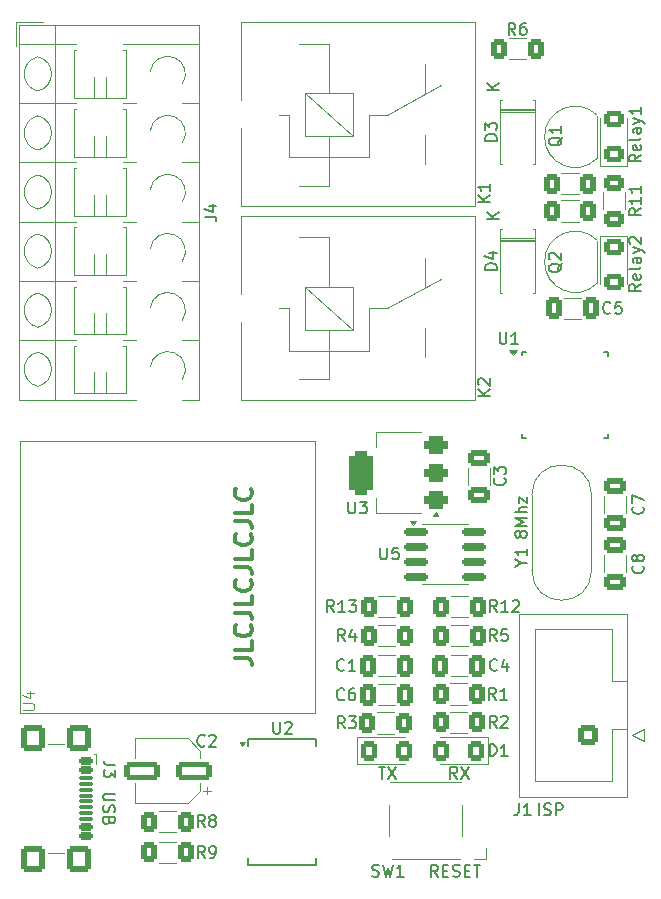
<source format=gbr>
%TF.GenerationSoftware,KiCad,Pcbnew,8.0.1*%
%TF.CreationDate,2024-07-07T22:58:04+02:00*%
%TF.ProjectId,kicad8_atmega328_relay_module,6b696361-6438-45f6-9174-6d6567613332,rev?*%
%TF.SameCoordinates,Original*%
%TF.FileFunction,Legend,Top*%
%TF.FilePolarity,Positive*%
%FSLAX46Y46*%
G04 Gerber Fmt 4.6, Leading zero omitted, Abs format (unit mm)*
G04 Created by KiCad (PCBNEW 8.0.1) date 2024-07-07 22:58:04*
%MOMM*%
%LPD*%
G01*
G04 APERTURE LIST*
G04 Aperture macros list*
%AMRoundRect*
0 Rectangle with rounded corners*
0 $1 Rounding radius*
0 $2 $3 $4 $5 $6 $7 $8 $9 X,Y pos of 4 corners*
0 Add a 4 corners polygon primitive as box body*
4,1,4,$2,$3,$4,$5,$6,$7,$8,$9,$2,$3,0*
0 Add four circle primitives for the rounded corners*
1,1,$1+$1,$2,$3*
1,1,$1+$1,$4,$5*
1,1,$1+$1,$6,$7*
1,1,$1+$1,$8,$9*
0 Add four rect primitives between the rounded corners*
20,1,$1+$1,$2,$3,$4,$5,0*
20,1,$1+$1,$4,$5,$6,$7,0*
20,1,$1+$1,$6,$7,$8,$9,0*
20,1,$1+$1,$8,$9,$2,$3,0*%
G04 Aperture macros list end*
%ADD10C,0.150000*%
%ADD11C,0.300000*%
%ADD12C,0.100000*%
%ADD13C,0.120000*%
%ADD14RoundRect,0.250000X0.412500X0.650000X-0.412500X0.650000X-0.412500X-0.650000X0.412500X-0.650000X0*%
%ADD15C,1.500000*%
%ADD16R,1.600000X1.400000*%
%ADD17RoundRect,0.250000X-0.400000X-0.625000X0.400000X-0.625000X0.400000X0.625000X-0.400000X0.625000X0*%
%ADD18C,3.000000*%
%ADD19C,2.500000*%
%ADD20RoundRect,0.250000X0.400000X0.625000X-0.400000X0.625000X-0.400000X-0.625000X0.400000X-0.625000X0*%
%ADD21RoundRect,0.250000X1.250000X0.550000X-1.250000X0.550000X-1.250000X-0.550000X1.250000X-0.550000X0*%
%ADD22RoundRect,0.150000X-0.825000X-0.150000X0.825000X-0.150000X0.825000X0.150000X-0.825000X0.150000X0*%
%ADD23RoundRect,0.250001X0.624999X-0.462499X0.624999X0.462499X-0.624999X0.462499X-0.624999X-0.462499X0*%
%ADD24RoundRect,0.250000X0.650000X-0.412500X0.650000X0.412500X-0.650000X0.412500X-0.650000X-0.412500X0*%
%ADD25RoundRect,0.250000X0.600000X0.600000X-0.600000X0.600000X-0.600000X-0.600000X0.600000X-0.600000X0*%
%ADD26C,1.700000*%
%ADD27R,1.600000X0.550000*%
%ADD28R,0.550000X1.600000*%
%ADD29R,2.200000X2.200000*%
%ADD30O,2.200000X2.200000*%
%ADD31R,1.500000X1.050000*%
%ADD32O,1.500000X1.050000*%
%ADD33C,0.650000*%
%ADD34RoundRect,0.150000X-0.425000X0.150000X-0.425000X-0.150000X0.425000X-0.150000X0.425000X0.150000X0*%
%ADD35RoundRect,0.075000X-0.500000X0.075000X-0.500000X-0.075000X0.500000X-0.075000X0.500000X0.075000X0*%
%ADD36RoundRect,0.250000X-0.750000X0.840000X-0.750000X-0.840000X0.750000X-0.840000X0.750000X0.840000X0*%
%ADD37RoundRect,0.375000X0.625000X0.375000X-0.625000X0.375000X-0.625000X-0.375000X0.625000X-0.375000X0*%
%ADD38RoundRect,0.500000X0.500000X1.400000X-0.500000X1.400000X-0.500000X-1.400000X0.500000X-1.400000X0*%
%ADD39RoundRect,0.250000X-0.650000X0.412500X-0.650000X-0.412500X0.650000X-0.412500X0.650000X0.412500X0*%
%ADD40RoundRect,0.250001X0.462499X0.624999X-0.462499X0.624999X-0.462499X-0.624999X0.462499X-0.624999X0*%
%ADD41RoundRect,0.250001X-0.462499X-0.624999X0.462499X-0.624999X0.462499X0.624999X-0.462499X0.624999X0*%
%ADD42O,1.700000X1.700000*%
%ADD43R,3.000000X2.000000*%
%ADD44O,3.000000X2.000000*%
%ADD45RoundRect,0.250001X-0.624999X0.462499X-0.624999X-0.462499X0.624999X-0.462499X0.624999X0.462499X0*%
%ADD46R,1.750000X0.450000*%
%ADD47RoundRect,0.250000X0.625000X-0.400000X0.625000X0.400000X-0.625000X0.400000X-0.625000X-0.400000X0*%
G04 APERTURE END LIST*
D10*
X102586779Y-97419819D02*
X102586779Y-96419819D01*
X103015350Y-97372200D02*
X103158207Y-97419819D01*
X103158207Y-97419819D02*
X103396302Y-97419819D01*
X103396302Y-97419819D02*
X103491540Y-97372200D01*
X103491540Y-97372200D02*
X103539159Y-97324580D01*
X103539159Y-97324580D02*
X103586778Y-97229342D01*
X103586778Y-97229342D02*
X103586778Y-97134104D01*
X103586778Y-97134104D02*
X103539159Y-97038866D01*
X103539159Y-97038866D02*
X103491540Y-96991247D01*
X103491540Y-96991247D02*
X103396302Y-96943628D01*
X103396302Y-96943628D02*
X103205826Y-96896009D01*
X103205826Y-96896009D02*
X103110588Y-96848390D01*
X103110588Y-96848390D02*
X103062969Y-96800771D01*
X103062969Y-96800771D02*
X103015350Y-96705533D01*
X103015350Y-96705533D02*
X103015350Y-96610295D01*
X103015350Y-96610295D02*
X103062969Y-96515057D01*
X103062969Y-96515057D02*
X103110588Y-96467438D01*
X103110588Y-96467438D02*
X103205826Y-96419819D01*
X103205826Y-96419819D02*
X103443921Y-96419819D01*
X103443921Y-96419819D02*
X103586778Y-96467438D01*
X104015350Y-97419819D02*
X104015350Y-96419819D01*
X104015350Y-96419819D02*
X104396302Y-96419819D01*
X104396302Y-96419819D02*
X104491540Y-96467438D01*
X104491540Y-96467438D02*
X104539159Y-96515057D01*
X104539159Y-96515057D02*
X104586778Y-96610295D01*
X104586778Y-96610295D02*
X104586778Y-96753152D01*
X104586778Y-96753152D02*
X104539159Y-96848390D01*
X104539159Y-96848390D02*
X104491540Y-96896009D01*
X104491540Y-96896009D02*
X104396302Y-96943628D01*
X104396302Y-96943628D02*
X104015350Y-96943628D01*
X100998390Y-73720363D02*
X100950771Y-73815601D01*
X100950771Y-73815601D02*
X100903152Y-73863220D01*
X100903152Y-73863220D02*
X100807914Y-73910839D01*
X100807914Y-73910839D02*
X100760295Y-73910839D01*
X100760295Y-73910839D02*
X100665057Y-73863220D01*
X100665057Y-73863220D02*
X100617438Y-73815601D01*
X100617438Y-73815601D02*
X100569819Y-73720363D01*
X100569819Y-73720363D02*
X100569819Y-73529887D01*
X100569819Y-73529887D02*
X100617438Y-73434649D01*
X100617438Y-73434649D02*
X100665057Y-73387030D01*
X100665057Y-73387030D02*
X100760295Y-73339411D01*
X100760295Y-73339411D02*
X100807914Y-73339411D01*
X100807914Y-73339411D02*
X100903152Y-73387030D01*
X100903152Y-73387030D02*
X100950771Y-73434649D01*
X100950771Y-73434649D02*
X100998390Y-73529887D01*
X100998390Y-73529887D02*
X100998390Y-73720363D01*
X100998390Y-73720363D02*
X101046009Y-73815601D01*
X101046009Y-73815601D02*
X101093628Y-73863220D01*
X101093628Y-73863220D02*
X101188866Y-73910839D01*
X101188866Y-73910839D02*
X101379342Y-73910839D01*
X101379342Y-73910839D02*
X101474580Y-73863220D01*
X101474580Y-73863220D02*
X101522200Y-73815601D01*
X101522200Y-73815601D02*
X101569819Y-73720363D01*
X101569819Y-73720363D02*
X101569819Y-73529887D01*
X101569819Y-73529887D02*
X101522200Y-73434649D01*
X101522200Y-73434649D02*
X101474580Y-73387030D01*
X101474580Y-73387030D02*
X101379342Y-73339411D01*
X101379342Y-73339411D02*
X101188866Y-73339411D01*
X101188866Y-73339411D02*
X101093628Y-73387030D01*
X101093628Y-73387030D02*
X101046009Y-73434649D01*
X101046009Y-73434649D02*
X100998390Y-73529887D01*
X101569819Y-72910839D02*
X100569819Y-72910839D01*
X100569819Y-72910839D02*
X101284104Y-72577506D01*
X101284104Y-72577506D02*
X100569819Y-72244173D01*
X100569819Y-72244173D02*
X101569819Y-72244173D01*
X101569819Y-71767982D02*
X100569819Y-71767982D01*
X101569819Y-71339411D02*
X101046009Y-71339411D01*
X101046009Y-71339411D02*
X100950771Y-71387030D01*
X100950771Y-71387030D02*
X100903152Y-71482268D01*
X100903152Y-71482268D02*
X100903152Y-71625125D01*
X100903152Y-71625125D02*
X100950771Y-71720363D01*
X100950771Y-71720363D02*
X100998390Y-71767982D01*
X100903152Y-70958458D02*
X100903152Y-70434649D01*
X100903152Y-70434649D02*
X101569819Y-70958458D01*
X101569819Y-70958458D02*
X101569819Y-70434649D01*
X111219819Y-41491792D02*
X110743628Y-41825125D01*
X111219819Y-42063220D02*
X110219819Y-42063220D01*
X110219819Y-42063220D02*
X110219819Y-41682268D01*
X110219819Y-41682268D02*
X110267438Y-41587030D01*
X110267438Y-41587030D02*
X110315057Y-41539411D01*
X110315057Y-41539411D02*
X110410295Y-41491792D01*
X110410295Y-41491792D02*
X110553152Y-41491792D01*
X110553152Y-41491792D02*
X110648390Y-41539411D01*
X110648390Y-41539411D02*
X110696009Y-41587030D01*
X110696009Y-41587030D02*
X110743628Y-41682268D01*
X110743628Y-41682268D02*
X110743628Y-42063220D01*
X111172200Y-40682268D02*
X111219819Y-40777506D01*
X111219819Y-40777506D02*
X111219819Y-40967982D01*
X111219819Y-40967982D02*
X111172200Y-41063220D01*
X111172200Y-41063220D02*
X111076961Y-41110839D01*
X111076961Y-41110839D02*
X110696009Y-41110839D01*
X110696009Y-41110839D02*
X110600771Y-41063220D01*
X110600771Y-41063220D02*
X110553152Y-40967982D01*
X110553152Y-40967982D02*
X110553152Y-40777506D01*
X110553152Y-40777506D02*
X110600771Y-40682268D01*
X110600771Y-40682268D02*
X110696009Y-40634649D01*
X110696009Y-40634649D02*
X110791247Y-40634649D01*
X110791247Y-40634649D02*
X110886485Y-41110839D01*
X111219819Y-40063220D02*
X111172200Y-40158458D01*
X111172200Y-40158458D02*
X111076961Y-40206077D01*
X111076961Y-40206077D02*
X110219819Y-40206077D01*
X111219819Y-39253696D02*
X110696009Y-39253696D01*
X110696009Y-39253696D02*
X110600771Y-39301315D01*
X110600771Y-39301315D02*
X110553152Y-39396553D01*
X110553152Y-39396553D02*
X110553152Y-39587029D01*
X110553152Y-39587029D02*
X110600771Y-39682267D01*
X111172200Y-39253696D02*
X111219819Y-39348934D01*
X111219819Y-39348934D02*
X111219819Y-39587029D01*
X111219819Y-39587029D02*
X111172200Y-39682267D01*
X111172200Y-39682267D02*
X111076961Y-39729886D01*
X111076961Y-39729886D02*
X110981723Y-39729886D01*
X110981723Y-39729886D02*
X110886485Y-39682267D01*
X110886485Y-39682267D02*
X110838866Y-39587029D01*
X110838866Y-39587029D02*
X110838866Y-39348934D01*
X110838866Y-39348934D02*
X110791247Y-39253696D01*
X110553152Y-38872743D02*
X111219819Y-38634648D01*
X110553152Y-38396553D02*
X111219819Y-38634648D01*
X111219819Y-38634648D02*
X111457914Y-38729886D01*
X111457914Y-38729886D02*
X111505533Y-38777505D01*
X111505533Y-38777505D02*
X111553152Y-38872743D01*
X111219819Y-37491791D02*
X111219819Y-38063219D01*
X111219819Y-37777505D02*
X110219819Y-37777505D01*
X110219819Y-37777505D02*
X110362676Y-37872743D01*
X110362676Y-37872743D02*
X110457914Y-37967981D01*
X110457914Y-37967981D02*
X110505533Y-38063219D01*
D11*
X76800828Y-84116917D02*
X77872257Y-84116917D01*
X77872257Y-84116917D02*
X78086542Y-84188346D01*
X78086542Y-84188346D02*
X78229400Y-84331203D01*
X78229400Y-84331203D02*
X78300828Y-84545489D01*
X78300828Y-84545489D02*
X78300828Y-84688346D01*
X78300828Y-82688346D02*
X78300828Y-83402632D01*
X78300828Y-83402632D02*
X76800828Y-83402632D01*
X78157971Y-81331203D02*
X78229400Y-81402631D01*
X78229400Y-81402631D02*
X78300828Y-81616917D01*
X78300828Y-81616917D02*
X78300828Y-81759774D01*
X78300828Y-81759774D02*
X78229400Y-81974060D01*
X78229400Y-81974060D02*
X78086542Y-82116917D01*
X78086542Y-82116917D02*
X77943685Y-82188346D01*
X77943685Y-82188346D02*
X77657971Y-82259774D01*
X77657971Y-82259774D02*
X77443685Y-82259774D01*
X77443685Y-82259774D02*
X77157971Y-82188346D01*
X77157971Y-82188346D02*
X77015114Y-82116917D01*
X77015114Y-82116917D02*
X76872257Y-81974060D01*
X76872257Y-81974060D02*
X76800828Y-81759774D01*
X76800828Y-81759774D02*
X76800828Y-81616917D01*
X76800828Y-81616917D02*
X76872257Y-81402631D01*
X76872257Y-81402631D02*
X76943685Y-81331203D01*
X76800828Y-80259774D02*
X77872257Y-80259774D01*
X77872257Y-80259774D02*
X78086542Y-80331203D01*
X78086542Y-80331203D02*
X78229400Y-80474060D01*
X78229400Y-80474060D02*
X78300828Y-80688346D01*
X78300828Y-80688346D02*
X78300828Y-80831203D01*
X78300828Y-78831203D02*
X78300828Y-79545489D01*
X78300828Y-79545489D02*
X76800828Y-79545489D01*
X78157971Y-77474060D02*
X78229400Y-77545488D01*
X78229400Y-77545488D02*
X78300828Y-77759774D01*
X78300828Y-77759774D02*
X78300828Y-77902631D01*
X78300828Y-77902631D02*
X78229400Y-78116917D01*
X78229400Y-78116917D02*
X78086542Y-78259774D01*
X78086542Y-78259774D02*
X77943685Y-78331203D01*
X77943685Y-78331203D02*
X77657971Y-78402631D01*
X77657971Y-78402631D02*
X77443685Y-78402631D01*
X77443685Y-78402631D02*
X77157971Y-78331203D01*
X77157971Y-78331203D02*
X77015114Y-78259774D01*
X77015114Y-78259774D02*
X76872257Y-78116917D01*
X76872257Y-78116917D02*
X76800828Y-77902631D01*
X76800828Y-77902631D02*
X76800828Y-77759774D01*
X76800828Y-77759774D02*
X76872257Y-77545488D01*
X76872257Y-77545488D02*
X76943685Y-77474060D01*
X76800828Y-76402631D02*
X77872257Y-76402631D01*
X77872257Y-76402631D02*
X78086542Y-76474060D01*
X78086542Y-76474060D02*
X78229400Y-76616917D01*
X78229400Y-76616917D02*
X78300828Y-76831203D01*
X78300828Y-76831203D02*
X78300828Y-76974060D01*
X78300828Y-74974060D02*
X78300828Y-75688346D01*
X78300828Y-75688346D02*
X76800828Y-75688346D01*
X78157971Y-73616917D02*
X78229400Y-73688345D01*
X78229400Y-73688345D02*
X78300828Y-73902631D01*
X78300828Y-73902631D02*
X78300828Y-74045488D01*
X78300828Y-74045488D02*
X78229400Y-74259774D01*
X78229400Y-74259774D02*
X78086542Y-74402631D01*
X78086542Y-74402631D02*
X77943685Y-74474060D01*
X77943685Y-74474060D02*
X77657971Y-74545488D01*
X77657971Y-74545488D02*
X77443685Y-74545488D01*
X77443685Y-74545488D02*
X77157971Y-74474060D01*
X77157971Y-74474060D02*
X77015114Y-74402631D01*
X77015114Y-74402631D02*
X76872257Y-74259774D01*
X76872257Y-74259774D02*
X76800828Y-74045488D01*
X76800828Y-74045488D02*
X76800828Y-73902631D01*
X76800828Y-73902631D02*
X76872257Y-73688345D01*
X76872257Y-73688345D02*
X76943685Y-73616917D01*
X76800828Y-72545488D02*
X77872257Y-72545488D01*
X77872257Y-72545488D02*
X78086542Y-72616917D01*
X78086542Y-72616917D02*
X78229400Y-72759774D01*
X78229400Y-72759774D02*
X78300828Y-72974060D01*
X78300828Y-72974060D02*
X78300828Y-73116917D01*
X78300828Y-71116917D02*
X78300828Y-71831203D01*
X78300828Y-71831203D02*
X76800828Y-71831203D01*
X78157971Y-69759774D02*
X78229400Y-69831202D01*
X78229400Y-69831202D02*
X78300828Y-70045488D01*
X78300828Y-70045488D02*
X78300828Y-70188345D01*
X78300828Y-70188345D02*
X78229400Y-70402631D01*
X78229400Y-70402631D02*
X78086542Y-70545488D01*
X78086542Y-70545488D02*
X77943685Y-70616917D01*
X77943685Y-70616917D02*
X77657971Y-70688345D01*
X77657971Y-70688345D02*
X77443685Y-70688345D01*
X77443685Y-70688345D02*
X77157971Y-70616917D01*
X77157971Y-70616917D02*
X77015114Y-70545488D01*
X77015114Y-70545488D02*
X76872257Y-70402631D01*
X76872257Y-70402631D02*
X76800828Y-70188345D01*
X76800828Y-70188345D02*
X76800828Y-70045488D01*
X76800828Y-70045488D02*
X76872257Y-69831202D01*
X76872257Y-69831202D02*
X76943685Y-69759774D01*
D10*
X95658207Y-94319819D02*
X95324874Y-93843628D01*
X95086779Y-94319819D02*
X95086779Y-93319819D01*
X95086779Y-93319819D02*
X95467731Y-93319819D01*
X95467731Y-93319819D02*
X95562969Y-93367438D01*
X95562969Y-93367438D02*
X95610588Y-93415057D01*
X95610588Y-93415057D02*
X95658207Y-93510295D01*
X95658207Y-93510295D02*
X95658207Y-93653152D01*
X95658207Y-93653152D02*
X95610588Y-93748390D01*
X95610588Y-93748390D02*
X95562969Y-93796009D01*
X95562969Y-93796009D02*
X95467731Y-93843628D01*
X95467731Y-93843628D02*
X95086779Y-93843628D01*
X95991541Y-93319819D02*
X96658207Y-94319819D01*
X96658207Y-93319819D02*
X95991541Y-94319819D01*
X88993922Y-93319819D02*
X89565350Y-93319819D01*
X89279636Y-94319819D02*
X89279636Y-93319819D01*
X89803446Y-93319819D02*
X90470112Y-94319819D01*
X90470112Y-93319819D02*
X89803446Y-94319819D01*
X111219819Y-52441792D02*
X110743628Y-52775125D01*
X111219819Y-53013220D02*
X110219819Y-53013220D01*
X110219819Y-53013220D02*
X110219819Y-52632268D01*
X110219819Y-52632268D02*
X110267438Y-52537030D01*
X110267438Y-52537030D02*
X110315057Y-52489411D01*
X110315057Y-52489411D02*
X110410295Y-52441792D01*
X110410295Y-52441792D02*
X110553152Y-52441792D01*
X110553152Y-52441792D02*
X110648390Y-52489411D01*
X110648390Y-52489411D02*
X110696009Y-52537030D01*
X110696009Y-52537030D02*
X110743628Y-52632268D01*
X110743628Y-52632268D02*
X110743628Y-53013220D01*
X111172200Y-51632268D02*
X111219819Y-51727506D01*
X111219819Y-51727506D02*
X111219819Y-51917982D01*
X111219819Y-51917982D02*
X111172200Y-52013220D01*
X111172200Y-52013220D02*
X111076961Y-52060839D01*
X111076961Y-52060839D02*
X110696009Y-52060839D01*
X110696009Y-52060839D02*
X110600771Y-52013220D01*
X110600771Y-52013220D02*
X110553152Y-51917982D01*
X110553152Y-51917982D02*
X110553152Y-51727506D01*
X110553152Y-51727506D02*
X110600771Y-51632268D01*
X110600771Y-51632268D02*
X110696009Y-51584649D01*
X110696009Y-51584649D02*
X110791247Y-51584649D01*
X110791247Y-51584649D02*
X110886485Y-52060839D01*
X111219819Y-51013220D02*
X111172200Y-51108458D01*
X111172200Y-51108458D02*
X111076961Y-51156077D01*
X111076961Y-51156077D02*
X110219819Y-51156077D01*
X111219819Y-50203696D02*
X110696009Y-50203696D01*
X110696009Y-50203696D02*
X110600771Y-50251315D01*
X110600771Y-50251315D02*
X110553152Y-50346553D01*
X110553152Y-50346553D02*
X110553152Y-50537029D01*
X110553152Y-50537029D02*
X110600771Y-50632267D01*
X111172200Y-50203696D02*
X111219819Y-50298934D01*
X111219819Y-50298934D02*
X111219819Y-50537029D01*
X111219819Y-50537029D02*
X111172200Y-50632267D01*
X111172200Y-50632267D02*
X111076961Y-50679886D01*
X111076961Y-50679886D02*
X110981723Y-50679886D01*
X110981723Y-50679886D02*
X110886485Y-50632267D01*
X110886485Y-50632267D02*
X110838866Y-50537029D01*
X110838866Y-50537029D02*
X110838866Y-50298934D01*
X110838866Y-50298934D02*
X110791247Y-50203696D01*
X110553152Y-49822743D02*
X111219819Y-49584648D01*
X110553152Y-49346553D02*
X111219819Y-49584648D01*
X111219819Y-49584648D02*
X111457914Y-49679886D01*
X111457914Y-49679886D02*
X111505533Y-49727505D01*
X111505533Y-49727505D02*
X111553152Y-49822743D01*
X110315057Y-49013219D02*
X110267438Y-48965600D01*
X110267438Y-48965600D02*
X110219819Y-48870362D01*
X110219819Y-48870362D02*
X110219819Y-48632267D01*
X110219819Y-48632267D02*
X110267438Y-48537029D01*
X110267438Y-48537029D02*
X110315057Y-48489410D01*
X110315057Y-48489410D02*
X110410295Y-48441791D01*
X110410295Y-48441791D02*
X110505533Y-48441791D01*
X110505533Y-48441791D02*
X110648390Y-48489410D01*
X110648390Y-48489410D02*
X111219819Y-49060838D01*
X111219819Y-49060838D02*
X111219819Y-48441791D01*
X66680180Y-95586779D02*
X65870657Y-95586779D01*
X65870657Y-95586779D02*
X65775419Y-95634398D01*
X65775419Y-95634398D02*
X65727800Y-95682017D01*
X65727800Y-95682017D02*
X65680180Y-95777255D01*
X65680180Y-95777255D02*
X65680180Y-95967731D01*
X65680180Y-95967731D02*
X65727800Y-96062969D01*
X65727800Y-96062969D02*
X65775419Y-96110588D01*
X65775419Y-96110588D02*
X65870657Y-96158207D01*
X65870657Y-96158207D02*
X66680180Y-96158207D01*
X65727800Y-96586779D02*
X65680180Y-96729636D01*
X65680180Y-96729636D02*
X65680180Y-96967731D01*
X65680180Y-96967731D02*
X65727800Y-97062969D01*
X65727800Y-97062969D02*
X65775419Y-97110588D01*
X65775419Y-97110588D02*
X65870657Y-97158207D01*
X65870657Y-97158207D02*
X65965895Y-97158207D01*
X65965895Y-97158207D02*
X66061133Y-97110588D01*
X66061133Y-97110588D02*
X66108752Y-97062969D01*
X66108752Y-97062969D02*
X66156371Y-96967731D01*
X66156371Y-96967731D02*
X66203990Y-96777255D01*
X66203990Y-96777255D02*
X66251609Y-96682017D01*
X66251609Y-96682017D02*
X66299228Y-96634398D01*
X66299228Y-96634398D02*
X66394466Y-96586779D01*
X66394466Y-96586779D02*
X66489704Y-96586779D01*
X66489704Y-96586779D02*
X66584942Y-96634398D01*
X66584942Y-96634398D02*
X66632561Y-96682017D01*
X66632561Y-96682017D02*
X66680180Y-96777255D01*
X66680180Y-96777255D02*
X66680180Y-97015350D01*
X66680180Y-97015350D02*
X66632561Y-97158207D01*
X66203990Y-97920112D02*
X66156371Y-98062969D01*
X66156371Y-98062969D02*
X66108752Y-98110588D01*
X66108752Y-98110588D02*
X66013514Y-98158207D01*
X66013514Y-98158207D02*
X65870657Y-98158207D01*
X65870657Y-98158207D02*
X65775419Y-98110588D01*
X65775419Y-98110588D02*
X65727800Y-98062969D01*
X65727800Y-98062969D02*
X65680180Y-97967731D01*
X65680180Y-97967731D02*
X65680180Y-97586779D01*
X65680180Y-97586779D02*
X66680180Y-97586779D01*
X66680180Y-97586779D02*
X66680180Y-97920112D01*
X66680180Y-97920112D02*
X66632561Y-98015350D01*
X66632561Y-98015350D02*
X66584942Y-98062969D01*
X66584942Y-98062969D02*
X66489704Y-98110588D01*
X66489704Y-98110588D02*
X66394466Y-98110588D01*
X66394466Y-98110588D02*
X66299228Y-98062969D01*
X66299228Y-98062969D02*
X66251609Y-98015350D01*
X66251609Y-98015350D02*
X66203990Y-97920112D01*
X66203990Y-97920112D02*
X66203990Y-97586779D01*
X94008207Y-102619819D02*
X93674874Y-102143628D01*
X93436779Y-102619819D02*
X93436779Y-101619819D01*
X93436779Y-101619819D02*
X93817731Y-101619819D01*
X93817731Y-101619819D02*
X93912969Y-101667438D01*
X93912969Y-101667438D02*
X93960588Y-101715057D01*
X93960588Y-101715057D02*
X94008207Y-101810295D01*
X94008207Y-101810295D02*
X94008207Y-101953152D01*
X94008207Y-101953152D02*
X93960588Y-102048390D01*
X93960588Y-102048390D02*
X93912969Y-102096009D01*
X93912969Y-102096009D02*
X93817731Y-102143628D01*
X93817731Y-102143628D02*
X93436779Y-102143628D01*
X94436779Y-102096009D02*
X94770112Y-102096009D01*
X94912969Y-102619819D02*
X94436779Y-102619819D01*
X94436779Y-102619819D02*
X94436779Y-101619819D01*
X94436779Y-101619819D02*
X94912969Y-101619819D01*
X95293922Y-102572200D02*
X95436779Y-102619819D01*
X95436779Y-102619819D02*
X95674874Y-102619819D01*
X95674874Y-102619819D02*
X95770112Y-102572200D01*
X95770112Y-102572200D02*
X95817731Y-102524580D01*
X95817731Y-102524580D02*
X95865350Y-102429342D01*
X95865350Y-102429342D02*
X95865350Y-102334104D01*
X95865350Y-102334104D02*
X95817731Y-102238866D01*
X95817731Y-102238866D02*
X95770112Y-102191247D01*
X95770112Y-102191247D02*
X95674874Y-102143628D01*
X95674874Y-102143628D02*
X95484398Y-102096009D01*
X95484398Y-102096009D02*
X95389160Y-102048390D01*
X95389160Y-102048390D02*
X95341541Y-102000771D01*
X95341541Y-102000771D02*
X95293922Y-101905533D01*
X95293922Y-101905533D02*
X95293922Y-101810295D01*
X95293922Y-101810295D02*
X95341541Y-101715057D01*
X95341541Y-101715057D02*
X95389160Y-101667438D01*
X95389160Y-101667438D02*
X95484398Y-101619819D01*
X95484398Y-101619819D02*
X95722493Y-101619819D01*
X95722493Y-101619819D02*
X95865350Y-101667438D01*
X96293922Y-102096009D02*
X96627255Y-102096009D01*
X96770112Y-102619819D02*
X96293922Y-102619819D01*
X96293922Y-102619819D02*
X96293922Y-101619819D01*
X96293922Y-101619819D02*
X96770112Y-101619819D01*
X97055827Y-101619819D02*
X97627255Y-101619819D01*
X97341541Y-102619819D02*
X97341541Y-101619819D01*
X108633333Y-54859580D02*
X108585714Y-54907200D01*
X108585714Y-54907200D02*
X108442857Y-54954819D01*
X108442857Y-54954819D02*
X108347619Y-54954819D01*
X108347619Y-54954819D02*
X108204762Y-54907200D01*
X108204762Y-54907200D02*
X108109524Y-54811961D01*
X108109524Y-54811961D02*
X108061905Y-54716723D01*
X108061905Y-54716723D02*
X108014286Y-54526247D01*
X108014286Y-54526247D02*
X108014286Y-54383390D01*
X108014286Y-54383390D02*
X108061905Y-54192914D01*
X108061905Y-54192914D02*
X108109524Y-54097676D01*
X108109524Y-54097676D02*
X108204762Y-54002438D01*
X108204762Y-54002438D02*
X108347619Y-53954819D01*
X108347619Y-53954819D02*
X108442857Y-53954819D01*
X108442857Y-53954819D02*
X108585714Y-54002438D01*
X108585714Y-54002438D02*
X108633333Y-54050057D01*
X109538095Y-53954819D02*
X109061905Y-53954819D01*
X109061905Y-53954819D02*
X109014286Y-54431009D01*
X109014286Y-54431009D02*
X109061905Y-54383390D01*
X109061905Y-54383390D02*
X109157143Y-54335771D01*
X109157143Y-54335771D02*
X109395238Y-54335771D01*
X109395238Y-54335771D02*
X109490476Y-54383390D01*
X109490476Y-54383390D02*
X109538095Y-54431009D01*
X109538095Y-54431009D02*
X109585714Y-54526247D01*
X109585714Y-54526247D02*
X109585714Y-54764342D01*
X109585714Y-54764342D02*
X109538095Y-54859580D01*
X109538095Y-54859580D02*
X109490476Y-54907200D01*
X109490476Y-54907200D02*
X109395238Y-54954819D01*
X109395238Y-54954819D02*
X109157143Y-54954819D01*
X109157143Y-54954819D02*
X109061905Y-54907200D01*
X109061905Y-54907200D02*
X109014286Y-54859580D01*
X101078628Y-76026190D02*
X101554819Y-76026190D01*
X100554819Y-76359523D02*
X101078628Y-76026190D01*
X101078628Y-76026190D02*
X100554819Y-75692857D01*
X101554819Y-74835714D02*
X101554819Y-75407142D01*
X101554819Y-75121428D02*
X100554819Y-75121428D01*
X100554819Y-75121428D02*
X100697676Y-75216666D01*
X100697676Y-75216666D02*
X100792914Y-75311904D01*
X100792914Y-75311904D02*
X100840533Y-75407142D01*
X88466667Y-102557200D02*
X88609524Y-102604819D01*
X88609524Y-102604819D02*
X88847619Y-102604819D01*
X88847619Y-102604819D02*
X88942857Y-102557200D01*
X88942857Y-102557200D02*
X88990476Y-102509580D01*
X88990476Y-102509580D02*
X89038095Y-102414342D01*
X89038095Y-102414342D02*
X89038095Y-102319104D01*
X89038095Y-102319104D02*
X88990476Y-102223866D01*
X88990476Y-102223866D02*
X88942857Y-102176247D01*
X88942857Y-102176247D02*
X88847619Y-102128628D01*
X88847619Y-102128628D02*
X88657143Y-102081009D01*
X88657143Y-102081009D02*
X88561905Y-102033390D01*
X88561905Y-102033390D02*
X88514286Y-101985771D01*
X88514286Y-101985771D02*
X88466667Y-101890533D01*
X88466667Y-101890533D02*
X88466667Y-101795295D01*
X88466667Y-101795295D02*
X88514286Y-101700057D01*
X88514286Y-101700057D02*
X88561905Y-101652438D01*
X88561905Y-101652438D02*
X88657143Y-101604819D01*
X88657143Y-101604819D02*
X88895238Y-101604819D01*
X88895238Y-101604819D02*
X89038095Y-101652438D01*
X89371429Y-101604819D02*
X89609524Y-102604819D01*
X89609524Y-102604819D02*
X89800000Y-101890533D01*
X89800000Y-101890533D02*
X89990476Y-102604819D01*
X89990476Y-102604819D02*
X90228572Y-101604819D01*
X91133333Y-102604819D02*
X90561905Y-102604819D01*
X90847619Y-102604819D02*
X90847619Y-101604819D01*
X90847619Y-101604819D02*
X90752381Y-101747676D01*
X90752381Y-101747676D02*
X90657143Y-101842914D01*
X90657143Y-101842914D02*
X90561905Y-101890533D01*
X86133333Y-82654819D02*
X85800000Y-82178628D01*
X85561905Y-82654819D02*
X85561905Y-81654819D01*
X85561905Y-81654819D02*
X85942857Y-81654819D01*
X85942857Y-81654819D02*
X86038095Y-81702438D01*
X86038095Y-81702438D02*
X86085714Y-81750057D01*
X86085714Y-81750057D02*
X86133333Y-81845295D01*
X86133333Y-81845295D02*
X86133333Y-81988152D01*
X86133333Y-81988152D02*
X86085714Y-82083390D01*
X86085714Y-82083390D02*
X86038095Y-82131009D01*
X86038095Y-82131009D02*
X85942857Y-82178628D01*
X85942857Y-82178628D02*
X85561905Y-82178628D01*
X86990476Y-81988152D02*
X86990476Y-82654819D01*
X86752381Y-81607200D02*
X86514286Y-82321485D01*
X86514286Y-82321485D02*
X87133333Y-82321485D01*
X98404819Y-45488094D02*
X97404819Y-45488094D01*
X98404819Y-44916666D02*
X97833390Y-45345237D01*
X97404819Y-44916666D02*
X97976247Y-45488094D01*
X98404819Y-43964285D02*
X98404819Y-44535713D01*
X98404819Y-44249999D02*
X97404819Y-44249999D01*
X97404819Y-44249999D02*
X97547676Y-44345237D01*
X97547676Y-44345237D02*
X97642914Y-44440475D01*
X97642914Y-44440475D02*
X97690533Y-44535713D01*
X85207142Y-80204819D02*
X84873809Y-79728628D01*
X84635714Y-80204819D02*
X84635714Y-79204819D01*
X84635714Y-79204819D02*
X85016666Y-79204819D01*
X85016666Y-79204819D02*
X85111904Y-79252438D01*
X85111904Y-79252438D02*
X85159523Y-79300057D01*
X85159523Y-79300057D02*
X85207142Y-79395295D01*
X85207142Y-79395295D02*
X85207142Y-79538152D01*
X85207142Y-79538152D02*
X85159523Y-79633390D01*
X85159523Y-79633390D02*
X85111904Y-79681009D01*
X85111904Y-79681009D02*
X85016666Y-79728628D01*
X85016666Y-79728628D02*
X84635714Y-79728628D01*
X86159523Y-80204819D02*
X85588095Y-80204819D01*
X85873809Y-80204819D02*
X85873809Y-79204819D01*
X85873809Y-79204819D02*
X85778571Y-79347676D01*
X85778571Y-79347676D02*
X85683333Y-79442914D01*
X85683333Y-79442914D02*
X85588095Y-79490533D01*
X86492857Y-79204819D02*
X87111904Y-79204819D01*
X87111904Y-79204819D02*
X86778571Y-79585771D01*
X86778571Y-79585771D02*
X86921428Y-79585771D01*
X86921428Y-79585771D02*
X87016666Y-79633390D01*
X87016666Y-79633390D02*
X87064285Y-79681009D01*
X87064285Y-79681009D02*
X87111904Y-79776247D01*
X87111904Y-79776247D02*
X87111904Y-80014342D01*
X87111904Y-80014342D02*
X87064285Y-80109580D01*
X87064285Y-80109580D02*
X87016666Y-80157200D01*
X87016666Y-80157200D02*
X86921428Y-80204819D01*
X86921428Y-80204819D02*
X86635714Y-80204819D01*
X86635714Y-80204819D02*
X86540476Y-80157200D01*
X86540476Y-80157200D02*
X86492857Y-80109580D01*
X74283333Y-91509580D02*
X74235714Y-91557200D01*
X74235714Y-91557200D02*
X74092857Y-91604819D01*
X74092857Y-91604819D02*
X73997619Y-91604819D01*
X73997619Y-91604819D02*
X73854762Y-91557200D01*
X73854762Y-91557200D02*
X73759524Y-91461961D01*
X73759524Y-91461961D02*
X73711905Y-91366723D01*
X73711905Y-91366723D02*
X73664286Y-91176247D01*
X73664286Y-91176247D02*
X73664286Y-91033390D01*
X73664286Y-91033390D02*
X73711905Y-90842914D01*
X73711905Y-90842914D02*
X73759524Y-90747676D01*
X73759524Y-90747676D02*
X73854762Y-90652438D01*
X73854762Y-90652438D02*
X73997619Y-90604819D01*
X73997619Y-90604819D02*
X74092857Y-90604819D01*
X74092857Y-90604819D02*
X74235714Y-90652438D01*
X74235714Y-90652438D02*
X74283333Y-90700057D01*
X74664286Y-90700057D02*
X74711905Y-90652438D01*
X74711905Y-90652438D02*
X74807143Y-90604819D01*
X74807143Y-90604819D02*
X75045238Y-90604819D01*
X75045238Y-90604819D02*
X75140476Y-90652438D01*
X75140476Y-90652438D02*
X75188095Y-90700057D01*
X75188095Y-90700057D02*
X75235714Y-90795295D01*
X75235714Y-90795295D02*
X75235714Y-90890533D01*
X75235714Y-90890533D02*
X75188095Y-91033390D01*
X75188095Y-91033390D02*
X74616667Y-91604819D01*
X74616667Y-91604819D02*
X75235714Y-91604819D01*
X89138095Y-74754819D02*
X89138095Y-75564342D01*
X89138095Y-75564342D02*
X89185714Y-75659580D01*
X89185714Y-75659580D02*
X89233333Y-75707200D01*
X89233333Y-75707200D02*
X89328571Y-75754819D01*
X89328571Y-75754819D02*
X89519047Y-75754819D01*
X89519047Y-75754819D02*
X89614285Y-75707200D01*
X89614285Y-75707200D02*
X89661904Y-75659580D01*
X89661904Y-75659580D02*
X89709523Y-75564342D01*
X89709523Y-75564342D02*
X89709523Y-74754819D01*
X90661904Y-74754819D02*
X90185714Y-74754819D01*
X90185714Y-74754819D02*
X90138095Y-75231009D01*
X90138095Y-75231009D02*
X90185714Y-75183390D01*
X90185714Y-75183390D02*
X90280952Y-75135771D01*
X90280952Y-75135771D02*
X90519047Y-75135771D01*
X90519047Y-75135771D02*
X90614285Y-75183390D01*
X90614285Y-75183390D02*
X90661904Y-75231009D01*
X90661904Y-75231009D02*
X90709523Y-75326247D01*
X90709523Y-75326247D02*
X90709523Y-75564342D01*
X90709523Y-75564342D02*
X90661904Y-75659580D01*
X90661904Y-75659580D02*
X90614285Y-75707200D01*
X90614285Y-75707200D02*
X90519047Y-75754819D01*
X90519047Y-75754819D02*
X90280952Y-75754819D01*
X90280952Y-75754819D02*
X90185714Y-75707200D01*
X90185714Y-75707200D02*
X90138095Y-75659580D01*
X98933333Y-87629819D02*
X98600000Y-87153628D01*
X98361905Y-87629819D02*
X98361905Y-86629819D01*
X98361905Y-86629819D02*
X98742857Y-86629819D01*
X98742857Y-86629819D02*
X98838095Y-86677438D01*
X98838095Y-86677438D02*
X98885714Y-86725057D01*
X98885714Y-86725057D02*
X98933333Y-86820295D01*
X98933333Y-86820295D02*
X98933333Y-86963152D01*
X98933333Y-86963152D02*
X98885714Y-87058390D01*
X98885714Y-87058390D02*
X98838095Y-87106009D01*
X98838095Y-87106009D02*
X98742857Y-87153628D01*
X98742857Y-87153628D02*
X98361905Y-87153628D01*
X99885714Y-87629819D02*
X99314286Y-87629819D01*
X99600000Y-87629819D02*
X99600000Y-86629819D01*
X99600000Y-86629819D02*
X99504762Y-86772676D01*
X99504762Y-86772676D02*
X99409524Y-86867914D01*
X99409524Y-86867914D02*
X99314286Y-86915533D01*
X111359580Y-76294166D02*
X111407200Y-76341785D01*
X111407200Y-76341785D02*
X111454819Y-76484642D01*
X111454819Y-76484642D02*
X111454819Y-76579880D01*
X111454819Y-76579880D02*
X111407200Y-76722737D01*
X111407200Y-76722737D02*
X111311961Y-76817975D01*
X111311961Y-76817975D02*
X111216723Y-76865594D01*
X111216723Y-76865594D02*
X111026247Y-76913213D01*
X111026247Y-76913213D02*
X110883390Y-76913213D01*
X110883390Y-76913213D02*
X110692914Y-76865594D01*
X110692914Y-76865594D02*
X110597676Y-76817975D01*
X110597676Y-76817975D02*
X110502438Y-76722737D01*
X110502438Y-76722737D02*
X110454819Y-76579880D01*
X110454819Y-76579880D02*
X110454819Y-76484642D01*
X110454819Y-76484642D02*
X110502438Y-76341785D01*
X110502438Y-76341785D02*
X110550057Y-76294166D01*
X110883390Y-75722737D02*
X110835771Y-75817975D01*
X110835771Y-75817975D02*
X110788152Y-75865594D01*
X110788152Y-75865594D02*
X110692914Y-75913213D01*
X110692914Y-75913213D02*
X110645295Y-75913213D01*
X110645295Y-75913213D02*
X110550057Y-75865594D01*
X110550057Y-75865594D02*
X110502438Y-75817975D01*
X110502438Y-75817975D02*
X110454819Y-75722737D01*
X110454819Y-75722737D02*
X110454819Y-75532261D01*
X110454819Y-75532261D02*
X110502438Y-75437023D01*
X110502438Y-75437023D02*
X110550057Y-75389404D01*
X110550057Y-75389404D02*
X110645295Y-75341785D01*
X110645295Y-75341785D02*
X110692914Y-75341785D01*
X110692914Y-75341785D02*
X110788152Y-75389404D01*
X110788152Y-75389404D02*
X110835771Y-75437023D01*
X110835771Y-75437023D02*
X110883390Y-75532261D01*
X110883390Y-75532261D02*
X110883390Y-75722737D01*
X110883390Y-75722737D02*
X110931009Y-75817975D01*
X110931009Y-75817975D02*
X110978628Y-75865594D01*
X110978628Y-75865594D02*
X111073866Y-75913213D01*
X111073866Y-75913213D02*
X111264342Y-75913213D01*
X111264342Y-75913213D02*
X111359580Y-75865594D01*
X111359580Y-75865594D02*
X111407200Y-75817975D01*
X111407200Y-75817975D02*
X111454819Y-75722737D01*
X111454819Y-75722737D02*
X111454819Y-75532261D01*
X111454819Y-75532261D02*
X111407200Y-75437023D01*
X111407200Y-75437023D02*
X111359580Y-75389404D01*
X111359580Y-75389404D02*
X111264342Y-75341785D01*
X111264342Y-75341785D02*
X111073866Y-75341785D01*
X111073866Y-75341785D02*
X110978628Y-75389404D01*
X110978628Y-75389404D02*
X110931009Y-75437023D01*
X110931009Y-75437023D02*
X110883390Y-75532261D01*
X100866666Y-96404819D02*
X100866666Y-97119104D01*
X100866666Y-97119104D02*
X100819047Y-97261961D01*
X100819047Y-97261961D02*
X100723809Y-97357200D01*
X100723809Y-97357200D02*
X100580952Y-97404819D01*
X100580952Y-97404819D02*
X100485714Y-97404819D01*
X101866666Y-97404819D02*
X101295238Y-97404819D01*
X101580952Y-97404819D02*
X101580952Y-96404819D01*
X101580952Y-96404819D02*
X101485714Y-96547676D01*
X101485714Y-96547676D02*
X101390476Y-96642914D01*
X101390476Y-96642914D02*
X101295238Y-96690533D01*
X99238095Y-56514819D02*
X99238095Y-57324342D01*
X99238095Y-57324342D02*
X99285714Y-57419580D01*
X99285714Y-57419580D02*
X99333333Y-57467200D01*
X99333333Y-57467200D02*
X99428571Y-57514819D01*
X99428571Y-57514819D02*
X99619047Y-57514819D01*
X99619047Y-57514819D02*
X99714285Y-57467200D01*
X99714285Y-57467200D02*
X99761904Y-57419580D01*
X99761904Y-57419580D02*
X99809523Y-57324342D01*
X99809523Y-57324342D02*
X99809523Y-56514819D01*
X100809523Y-57514819D02*
X100238095Y-57514819D01*
X100523809Y-57514819D02*
X100523809Y-56514819D01*
X100523809Y-56514819D02*
X100428571Y-56657676D01*
X100428571Y-56657676D02*
X100333333Y-56752914D01*
X100333333Y-56752914D02*
X100238095Y-56800533D01*
X74283333Y-101039819D02*
X73950000Y-100563628D01*
X73711905Y-101039819D02*
X73711905Y-100039819D01*
X73711905Y-100039819D02*
X74092857Y-100039819D01*
X74092857Y-100039819D02*
X74188095Y-100087438D01*
X74188095Y-100087438D02*
X74235714Y-100135057D01*
X74235714Y-100135057D02*
X74283333Y-100230295D01*
X74283333Y-100230295D02*
X74283333Y-100373152D01*
X74283333Y-100373152D02*
X74235714Y-100468390D01*
X74235714Y-100468390D02*
X74188095Y-100516009D01*
X74188095Y-100516009D02*
X74092857Y-100563628D01*
X74092857Y-100563628D02*
X73711905Y-100563628D01*
X74759524Y-101039819D02*
X74950000Y-101039819D01*
X74950000Y-101039819D02*
X75045238Y-100992200D01*
X75045238Y-100992200D02*
X75092857Y-100944580D01*
X75092857Y-100944580D02*
X75188095Y-100801723D01*
X75188095Y-100801723D02*
X75235714Y-100611247D01*
X75235714Y-100611247D02*
X75235714Y-100230295D01*
X75235714Y-100230295D02*
X75188095Y-100135057D01*
X75188095Y-100135057D02*
X75140476Y-100087438D01*
X75140476Y-100087438D02*
X75045238Y-100039819D01*
X75045238Y-100039819D02*
X74854762Y-100039819D01*
X74854762Y-100039819D02*
X74759524Y-100087438D01*
X74759524Y-100087438D02*
X74711905Y-100135057D01*
X74711905Y-100135057D02*
X74664286Y-100230295D01*
X74664286Y-100230295D02*
X74664286Y-100468390D01*
X74664286Y-100468390D02*
X74711905Y-100563628D01*
X74711905Y-100563628D02*
X74759524Y-100611247D01*
X74759524Y-100611247D02*
X74854762Y-100658866D01*
X74854762Y-100658866D02*
X75045238Y-100658866D01*
X75045238Y-100658866D02*
X75140476Y-100611247D01*
X75140476Y-100611247D02*
X75188095Y-100563628D01*
X75188095Y-100563628D02*
X75235714Y-100468390D01*
X98983333Y-82654819D02*
X98650000Y-82178628D01*
X98411905Y-82654819D02*
X98411905Y-81654819D01*
X98411905Y-81654819D02*
X98792857Y-81654819D01*
X98792857Y-81654819D02*
X98888095Y-81702438D01*
X98888095Y-81702438D02*
X98935714Y-81750057D01*
X98935714Y-81750057D02*
X98983333Y-81845295D01*
X98983333Y-81845295D02*
X98983333Y-81988152D01*
X98983333Y-81988152D02*
X98935714Y-82083390D01*
X98935714Y-82083390D02*
X98888095Y-82131009D01*
X98888095Y-82131009D02*
X98792857Y-82178628D01*
X98792857Y-82178628D02*
X98411905Y-82178628D01*
X99888095Y-81654819D02*
X99411905Y-81654819D01*
X99411905Y-81654819D02*
X99364286Y-82131009D01*
X99364286Y-82131009D02*
X99411905Y-82083390D01*
X99411905Y-82083390D02*
X99507143Y-82035771D01*
X99507143Y-82035771D02*
X99745238Y-82035771D01*
X99745238Y-82035771D02*
X99840476Y-82083390D01*
X99840476Y-82083390D02*
X99888095Y-82131009D01*
X99888095Y-82131009D02*
X99935714Y-82226247D01*
X99935714Y-82226247D02*
X99935714Y-82464342D01*
X99935714Y-82464342D02*
X99888095Y-82559580D01*
X99888095Y-82559580D02*
X99840476Y-82607200D01*
X99840476Y-82607200D02*
X99745238Y-82654819D01*
X99745238Y-82654819D02*
X99507143Y-82654819D01*
X99507143Y-82654819D02*
X99411905Y-82607200D01*
X99411905Y-82607200D02*
X99364286Y-82559580D01*
X99004819Y-40298094D02*
X98004819Y-40298094D01*
X98004819Y-40298094D02*
X98004819Y-40059999D01*
X98004819Y-40059999D02*
X98052438Y-39917142D01*
X98052438Y-39917142D02*
X98147676Y-39821904D01*
X98147676Y-39821904D02*
X98242914Y-39774285D01*
X98242914Y-39774285D02*
X98433390Y-39726666D01*
X98433390Y-39726666D02*
X98576247Y-39726666D01*
X98576247Y-39726666D02*
X98766723Y-39774285D01*
X98766723Y-39774285D02*
X98861961Y-39821904D01*
X98861961Y-39821904D02*
X98957200Y-39917142D01*
X98957200Y-39917142D02*
X99004819Y-40059999D01*
X99004819Y-40059999D02*
X99004819Y-40298094D01*
X98004819Y-39393332D02*
X98004819Y-38774285D01*
X98004819Y-38774285D02*
X98385771Y-39107618D01*
X98385771Y-39107618D02*
X98385771Y-38964761D01*
X98385771Y-38964761D02*
X98433390Y-38869523D01*
X98433390Y-38869523D02*
X98481009Y-38821904D01*
X98481009Y-38821904D02*
X98576247Y-38774285D01*
X98576247Y-38774285D02*
X98814342Y-38774285D01*
X98814342Y-38774285D02*
X98909580Y-38821904D01*
X98909580Y-38821904D02*
X98957200Y-38869523D01*
X98957200Y-38869523D02*
X99004819Y-38964761D01*
X99004819Y-38964761D02*
X99004819Y-39250475D01*
X99004819Y-39250475D02*
X98957200Y-39345713D01*
X98957200Y-39345713D02*
X98909580Y-39393332D01*
X99204819Y-36011904D02*
X98204819Y-36011904D01*
X99204819Y-35440476D02*
X98633390Y-35869047D01*
X98204819Y-35440476D02*
X98776247Y-36011904D01*
X104500057Y-50695238D02*
X104452438Y-50790476D01*
X104452438Y-50790476D02*
X104357200Y-50885714D01*
X104357200Y-50885714D02*
X104214342Y-51028571D01*
X104214342Y-51028571D02*
X104166723Y-51123809D01*
X104166723Y-51123809D02*
X104166723Y-51219047D01*
X104404819Y-51171428D02*
X104357200Y-51266666D01*
X104357200Y-51266666D02*
X104261961Y-51361904D01*
X104261961Y-51361904D02*
X104071485Y-51409523D01*
X104071485Y-51409523D02*
X103738152Y-51409523D01*
X103738152Y-51409523D02*
X103547676Y-51361904D01*
X103547676Y-51361904D02*
X103452438Y-51266666D01*
X103452438Y-51266666D02*
X103404819Y-51171428D01*
X103404819Y-51171428D02*
X103404819Y-50980952D01*
X103404819Y-50980952D02*
X103452438Y-50885714D01*
X103452438Y-50885714D02*
X103547676Y-50790476D01*
X103547676Y-50790476D02*
X103738152Y-50742857D01*
X103738152Y-50742857D02*
X104071485Y-50742857D01*
X104071485Y-50742857D02*
X104261961Y-50790476D01*
X104261961Y-50790476D02*
X104357200Y-50885714D01*
X104357200Y-50885714D02*
X104404819Y-50980952D01*
X104404819Y-50980952D02*
X104404819Y-51171428D01*
X103500057Y-50361904D02*
X103452438Y-50314285D01*
X103452438Y-50314285D02*
X103404819Y-50219047D01*
X103404819Y-50219047D02*
X103404819Y-49980952D01*
X103404819Y-49980952D02*
X103452438Y-49885714D01*
X103452438Y-49885714D02*
X103500057Y-49838095D01*
X103500057Y-49838095D02*
X103595295Y-49790476D01*
X103595295Y-49790476D02*
X103690533Y-49790476D01*
X103690533Y-49790476D02*
X103833390Y-49838095D01*
X103833390Y-49838095D02*
X104404819Y-50409523D01*
X104404819Y-50409523D02*
X104404819Y-49790476D01*
X86083333Y-85109580D02*
X86035714Y-85157200D01*
X86035714Y-85157200D02*
X85892857Y-85204819D01*
X85892857Y-85204819D02*
X85797619Y-85204819D01*
X85797619Y-85204819D02*
X85654762Y-85157200D01*
X85654762Y-85157200D02*
X85559524Y-85061961D01*
X85559524Y-85061961D02*
X85511905Y-84966723D01*
X85511905Y-84966723D02*
X85464286Y-84776247D01*
X85464286Y-84776247D02*
X85464286Y-84633390D01*
X85464286Y-84633390D02*
X85511905Y-84442914D01*
X85511905Y-84442914D02*
X85559524Y-84347676D01*
X85559524Y-84347676D02*
X85654762Y-84252438D01*
X85654762Y-84252438D02*
X85797619Y-84204819D01*
X85797619Y-84204819D02*
X85892857Y-84204819D01*
X85892857Y-84204819D02*
X86035714Y-84252438D01*
X86035714Y-84252438D02*
X86083333Y-84300057D01*
X87035714Y-85204819D02*
X86464286Y-85204819D01*
X86750000Y-85204819D02*
X86750000Y-84204819D01*
X86750000Y-84204819D02*
X86654762Y-84347676D01*
X86654762Y-84347676D02*
X86559524Y-84442914D01*
X86559524Y-84442914D02*
X86464286Y-84490533D01*
X66710180Y-93166666D02*
X65995895Y-93166666D01*
X65995895Y-93166666D02*
X65853038Y-93119047D01*
X65853038Y-93119047D02*
X65757800Y-93023809D01*
X65757800Y-93023809D02*
X65710180Y-92880952D01*
X65710180Y-92880952D02*
X65710180Y-92785714D01*
X66710180Y-93547619D02*
X66710180Y-94166666D01*
X66710180Y-94166666D02*
X66329228Y-93833333D01*
X66329228Y-93833333D02*
X66329228Y-93976190D01*
X66329228Y-93976190D02*
X66281609Y-94071428D01*
X66281609Y-94071428D02*
X66233990Y-94119047D01*
X66233990Y-94119047D02*
X66138752Y-94166666D01*
X66138752Y-94166666D02*
X65900657Y-94166666D01*
X65900657Y-94166666D02*
X65805419Y-94119047D01*
X65805419Y-94119047D02*
X65757800Y-94071428D01*
X65757800Y-94071428D02*
X65710180Y-93976190D01*
X65710180Y-93976190D02*
X65710180Y-93690476D01*
X65710180Y-93690476D02*
X65757800Y-93595238D01*
X65757800Y-93595238D02*
X65805419Y-93547619D01*
X99033333Y-85109580D02*
X98985714Y-85157200D01*
X98985714Y-85157200D02*
X98842857Y-85204819D01*
X98842857Y-85204819D02*
X98747619Y-85204819D01*
X98747619Y-85204819D02*
X98604762Y-85157200D01*
X98604762Y-85157200D02*
X98509524Y-85061961D01*
X98509524Y-85061961D02*
X98461905Y-84966723D01*
X98461905Y-84966723D02*
X98414286Y-84776247D01*
X98414286Y-84776247D02*
X98414286Y-84633390D01*
X98414286Y-84633390D02*
X98461905Y-84442914D01*
X98461905Y-84442914D02*
X98509524Y-84347676D01*
X98509524Y-84347676D02*
X98604762Y-84252438D01*
X98604762Y-84252438D02*
X98747619Y-84204819D01*
X98747619Y-84204819D02*
X98842857Y-84204819D01*
X98842857Y-84204819D02*
X98985714Y-84252438D01*
X98985714Y-84252438D02*
X99033333Y-84300057D01*
X99890476Y-84538152D02*
X99890476Y-85204819D01*
X99652381Y-84157200D02*
X99414286Y-84871485D01*
X99414286Y-84871485D02*
X100033333Y-84871485D01*
X98983333Y-90004819D02*
X98650000Y-89528628D01*
X98411905Y-90004819D02*
X98411905Y-89004819D01*
X98411905Y-89004819D02*
X98792857Y-89004819D01*
X98792857Y-89004819D02*
X98888095Y-89052438D01*
X98888095Y-89052438D02*
X98935714Y-89100057D01*
X98935714Y-89100057D02*
X98983333Y-89195295D01*
X98983333Y-89195295D02*
X98983333Y-89338152D01*
X98983333Y-89338152D02*
X98935714Y-89433390D01*
X98935714Y-89433390D02*
X98888095Y-89481009D01*
X98888095Y-89481009D02*
X98792857Y-89528628D01*
X98792857Y-89528628D02*
X98411905Y-89528628D01*
X99364286Y-89100057D02*
X99411905Y-89052438D01*
X99411905Y-89052438D02*
X99507143Y-89004819D01*
X99507143Y-89004819D02*
X99745238Y-89004819D01*
X99745238Y-89004819D02*
X99840476Y-89052438D01*
X99840476Y-89052438D02*
X99888095Y-89100057D01*
X99888095Y-89100057D02*
X99935714Y-89195295D01*
X99935714Y-89195295D02*
X99935714Y-89290533D01*
X99935714Y-89290533D02*
X99888095Y-89433390D01*
X99888095Y-89433390D02*
X99316667Y-90004819D01*
X99316667Y-90004819D02*
X99935714Y-90004819D01*
X86083333Y-87584580D02*
X86035714Y-87632200D01*
X86035714Y-87632200D02*
X85892857Y-87679819D01*
X85892857Y-87679819D02*
X85797619Y-87679819D01*
X85797619Y-87679819D02*
X85654762Y-87632200D01*
X85654762Y-87632200D02*
X85559524Y-87536961D01*
X85559524Y-87536961D02*
X85511905Y-87441723D01*
X85511905Y-87441723D02*
X85464286Y-87251247D01*
X85464286Y-87251247D02*
X85464286Y-87108390D01*
X85464286Y-87108390D02*
X85511905Y-86917914D01*
X85511905Y-86917914D02*
X85559524Y-86822676D01*
X85559524Y-86822676D02*
X85654762Y-86727438D01*
X85654762Y-86727438D02*
X85797619Y-86679819D01*
X85797619Y-86679819D02*
X85892857Y-86679819D01*
X85892857Y-86679819D02*
X86035714Y-86727438D01*
X86035714Y-86727438D02*
X86083333Y-86775057D01*
X86940476Y-86679819D02*
X86750000Y-86679819D01*
X86750000Y-86679819D02*
X86654762Y-86727438D01*
X86654762Y-86727438D02*
X86607143Y-86775057D01*
X86607143Y-86775057D02*
X86511905Y-86917914D01*
X86511905Y-86917914D02*
X86464286Y-87108390D01*
X86464286Y-87108390D02*
X86464286Y-87489342D01*
X86464286Y-87489342D02*
X86511905Y-87584580D01*
X86511905Y-87584580D02*
X86559524Y-87632200D01*
X86559524Y-87632200D02*
X86654762Y-87679819D01*
X86654762Y-87679819D02*
X86845238Y-87679819D01*
X86845238Y-87679819D02*
X86940476Y-87632200D01*
X86940476Y-87632200D02*
X86988095Y-87584580D01*
X86988095Y-87584580D02*
X87035714Y-87489342D01*
X87035714Y-87489342D02*
X87035714Y-87251247D01*
X87035714Y-87251247D02*
X86988095Y-87156009D01*
X86988095Y-87156009D02*
X86940476Y-87108390D01*
X86940476Y-87108390D02*
X86845238Y-87060771D01*
X86845238Y-87060771D02*
X86654762Y-87060771D01*
X86654762Y-87060771D02*
X86559524Y-87108390D01*
X86559524Y-87108390D02*
X86511905Y-87156009D01*
X86511905Y-87156009D02*
X86464286Y-87251247D01*
X86438095Y-70854819D02*
X86438095Y-71664342D01*
X86438095Y-71664342D02*
X86485714Y-71759580D01*
X86485714Y-71759580D02*
X86533333Y-71807200D01*
X86533333Y-71807200D02*
X86628571Y-71854819D01*
X86628571Y-71854819D02*
X86819047Y-71854819D01*
X86819047Y-71854819D02*
X86914285Y-71807200D01*
X86914285Y-71807200D02*
X86961904Y-71759580D01*
X86961904Y-71759580D02*
X87009523Y-71664342D01*
X87009523Y-71664342D02*
X87009523Y-70854819D01*
X87390476Y-70854819D02*
X88009523Y-70854819D01*
X88009523Y-70854819D02*
X87676190Y-71235771D01*
X87676190Y-71235771D02*
X87819047Y-71235771D01*
X87819047Y-71235771D02*
X87914285Y-71283390D01*
X87914285Y-71283390D02*
X87961904Y-71331009D01*
X87961904Y-71331009D02*
X88009523Y-71426247D01*
X88009523Y-71426247D02*
X88009523Y-71664342D01*
X88009523Y-71664342D02*
X87961904Y-71759580D01*
X87961904Y-71759580D02*
X87914285Y-71807200D01*
X87914285Y-71807200D02*
X87819047Y-71854819D01*
X87819047Y-71854819D02*
X87533333Y-71854819D01*
X87533333Y-71854819D02*
X87438095Y-71807200D01*
X87438095Y-71807200D02*
X87390476Y-71759580D01*
X111359580Y-71294166D02*
X111407200Y-71341785D01*
X111407200Y-71341785D02*
X111454819Y-71484642D01*
X111454819Y-71484642D02*
X111454819Y-71579880D01*
X111454819Y-71579880D02*
X111407200Y-71722737D01*
X111407200Y-71722737D02*
X111311961Y-71817975D01*
X111311961Y-71817975D02*
X111216723Y-71865594D01*
X111216723Y-71865594D02*
X111026247Y-71913213D01*
X111026247Y-71913213D02*
X110883390Y-71913213D01*
X110883390Y-71913213D02*
X110692914Y-71865594D01*
X110692914Y-71865594D02*
X110597676Y-71817975D01*
X110597676Y-71817975D02*
X110502438Y-71722737D01*
X110502438Y-71722737D02*
X110454819Y-71579880D01*
X110454819Y-71579880D02*
X110454819Y-71484642D01*
X110454819Y-71484642D02*
X110502438Y-71341785D01*
X110502438Y-71341785D02*
X110550057Y-71294166D01*
X110454819Y-70960832D02*
X110454819Y-70294166D01*
X110454819Y-70294166D02*
X111454819Y-70722737D01*
X74283333Y-98404819D02*
X73950000Y-97928628D01*
X73711905Y-98404819D02*
X73711905Y-97404819D01*
X73711905Y-97404819D02*
X74092857Y-97404819D01*
X74092857Y-97404819D02*
X74188095Y-97452438D01*
X74188095Y-97452438D02*
X74235714Y-97500057D01*
X74235714Y-97500057D02*
X74283333Y-97595295D01*
X74283333Y-97595295D02*
X74283333Y-97738152D01*
X74283333Y-97738152D02*
X74235714Y-97833390D01*
X74235714Y-97833390D02*
X74188095Y-97881009D01*
X74188095Y-97881009D02*
X74092857Y-97928628D01*
X74092857Y-97928628D02*
X73711905Y-97928628D01*
X74854762Y-97833390D02*
X74759524Y-97785771D01*
X74759524Y-97785771D02*
X74711905Y-97738152D01*
X74711905Y-97738152D02*
X74664286Y-97642914D01*
X74664286Y-97642914D02*
X74664286Y-97595295D01*
X74664286Y-97595295D02*
X74711905Y-97500057D01*
X74711905Y-97500057D02*
X74759524Y-97452438D01*
X74759524Y-97452438D02*
X74854762Y-97404819D01*
X74854762Y-97404819D02*
X75045238Y-97404819D01*
X75045238Y-97404819D02*
X75140476Y-97452438D01*
X75140476Y-97452438D02*
X75188095Y-97500057D01*
X75188095Y-97500057D02*
X75235714Y-97595295D01*
X75235714Y-97595295D02*
X75235714Y-97642914D01*
X75235714Y-97642914D02*
X75188095Y-97738152D01*
X75188095Y-97738152D02*
X75140476Y-97785771D01*
X75140476Y-97785771D02*
X75045238Y-97833390D01*
X75045238Y-97833390D02*
X74854762Y-97833390D01*
X74854762Y-97833390D02*
X74759524Y-97881009D01*
X74759524Y-97881009D02*
X74711905Y-97928628D01*
X74711905Y-97928628D02*
X74664286Y-98023866D01*
X74664286Y-98023866D02*
X74664286Y-98214342D01*
X74664286Y-98214342D02*
X74711905Y-98309580D01*
X74711905Y-98309580D02*
X74759524Y-98357200D01*
X74759524Y-98357200D02*
X74854762Y-98404819D01*
X74854762Y-98404819D02*
X75045238Y-98404819D01*
X75045238Y-98404819D02*
X75140476Y-98357200D01*
X75140476Y-98357200D02*
X75188095Y-98309580D01*
X75188095Y-98309580D02*
X75235714Y-98214342D01*
X75235714Y-98214342D02*
X75235714Y-98023866D01*
X75235714Y-98023866D02*
X75188095Y-97928628D01*
X75188095Y-97928628D02*
X75140476Y-97881009D01*
X75140476Y-97881009D02*
X75045238Y-97833390D01*
X98411905Y-92404819D02*
X98411905Y-91404819D01*
X98411905Y-91404819D02*
X98650000Y-91404819D01*
X98650000Y-91404819D02*
X98792857Y-91452438D01*
X98792857Y-91452438D02*
X98888095Y-91547676D01*
X98888095Y-91547676D02*
X98935714Y-91642914D01*
X98935714Y-91642914D02*
X98983333Y-91833390D01*
X98983333Y-91833390D02*
X98983333Y-91976247D01*
X98983333Y-91976247D02*
X98935714Y-92166723D01*
X98935714Y-92166723D02*
X98888095Y-92261961D01*
X98888095Y-92261961D02*
X98792857Y-92357200D01*
X98792857Y-92357200D02*
X98650000Y-92404819D01*
X98650000Y-92404819D02*
X98411905Y-92404819D01*
X99935714Y-92404819D02*
X99364286Y-92404819D01*
X99650000Y-92404819D02*
X99650000Y-91404819D01*
X99650000Y-91404819D02*
X99554762Y-91547676D01*
X99554762Y-91547676D02*
X99459524Y-91642914D01*
X99459524Y-91642914D02*
X99364286Y-91690533D01*
X99007142Y-80194819D02*
X98673809Y-79718628D01*
X98435714Y-80194819D02*
X98435714Y-79194819D01*
X98435714Y-79194819D02*
X98816666Y-79194819D01*
X98816666Y-79194819D02*
X98911904Y-79242438D01*
X98911904Y-79242438D02*
X98959523Y-79290057D01*
X98959523Y-79290057D02*
X99007142Y-79385295D01*
X99007142Y-79385295D02*
X99007142Y-79528152D01*
X99007142Y-79528152D02*
X98959523Y-79623390D01*
X98959523Y-79623390D02*
X98911904Y-79671009D01*
X98911904Y-79671009D02*
X98816666Y-79718628D01*
X98816666Y-79718628D02*
X98435714Y-79718628D01*
X99959523Y-80194819D02*
X99388095Y-80194819D01*
X99673809Y-80194819D02*
X99673809Y-79194819D01*
X99673809Y-79194819D02*
X99578571Y-79337676D01*
X99578571Y-79337676D02*
X99483333Y-79432914D01*
X99483333Y-79432914D02*
X99388095Y-79480533D01*
X100340476Y-79290057D02*
X100388095Y-79242438D01*
X100388095Y-79242438D02*
X100483333Y-79194819D01*
X100483333Y-79194819D02*
X100721428Y-79194819D01*
X100721428Y-79194819D02*
X100816666Y-79242438D01*
X100816666Y-79242438D02*
X100864285Y-79290057D01*
X100864285Y-79290057D02*
X100911904Y-79385295D01*
X100911904Y-79385295D02*
X100911904Y-79480533D01*
X100911904Y-79480533D02*
X100864285Y-79623390D01*
X100864285Y-79623390D02*
X100292857Y-80194819D01*
X100292857Y-80194819D02*
X100911904Y-80194819D01*
X99004819Y-51238094D02*
X98004819Y-51238094D01*
X98004819Y-51238094D02*
X98004819Y-50999999D01*
X98004819Y-50999999D02*
X98052438Y-50857142D01*
X98052438Y-50857142D02*
X98147676Y-50761904D01*
X98147676Y-50761904D02*
X98242914Y-50714285D01*
X98242914Y-50714285D02*
X98433390Y-50666666D01*
X98433390Y-50666666D02*
X98576247Y-50666666D01*
X98576247Y-50666666D02*
X98766723Y-50714285D01*
X98766723Y-50714285D02*
X98861961Y-50761904D01*
X98861961Y-50761904D02*
X98957200Y-50857142D01*
X98957200Y-50857142D02*
X99004819Y-50999999D01*
X99004819Y-50999999D02*
X99004819Y-51238094D01*
X98338152Y-49809523D02*
X99004819Y-49809523D01*
X97957200Y-50047618D02*
X98671485Y-50285713D01*
X98671485Y-50285713D02*
X98671485Y-49666666D01*
X99204819Y-46941904D02*
X98204819Y-46941904D01*
X99204819Y-46370476D02*
X98633390Y-46799047D01*
X98204819Y-46370476D02*
X98776247Y-46941904D01*
X98404819Y-61938094D02*
X97404819Y-61938094D01*
X98404819Y-61366666D02*
X97833390Y-61795237D01*
X97404819Y-61366666D02*
X97976247Y-61938094D01*
X97500057Y-60985713D02*
X97452438Y-60938094D01*
X97452438Y-60938094D02*
X97404819Y-60842856D01*
X97404819Y-60842856D02*
X97404819Y-60604761D01*
X97404819Y-60604761D02*
X97452438Y-60509523D01*
X97452438Y-60509523D02*
X97500057Y-60461904D01*
X97500057Y-60461904D02*
X97595295Y-60414285D01*
X97595295Y-60414285D02*
X97690533Y-60414285D01*
X97690533Y-60414285D02*
X97833390Y-60461904D01*
X97833390Y-60461904D02*
X98404819Y-61033332D01*
X98404819Y-61033332D02*
X98404819Y-60414285D01*
D12*
X58857419Y-88511904D02*
X59666942Y-88511904D01*
X59666942Y-88511904D02*
X59762180Y-88464285D01*
X59762180Y-88464285D02*
X59809800Y-88416666D01*
X59809800Y-88416666D02*
X59857419Y-88321428D01*
X59857419Y-88321428D02*
X59857419Y-88130952D01*
X59857419Y-88130952D02*
X59809800Y-88035714D01*
X59809800Y-88035714D02*
X59762180Y-87988095D01*
X59762180Y-87988095D02*
X59666942Y-87940476D01*
X59666942Y-87940476D02*
X58857419Y-87940476D01*
X59190752Y-87035714D02*
X59857419Y-87035714D01*
X58809800Y-87273809D02*
X59524085Y-87511904D01*
X59524085Y-87511904D02*
X59524085Y-86892857D01*
D10*
X104550057Y-39995238D02*
X104502438Y-40090476D01*
X104502438Y-40090476D02*
X104407200Y-40185714D01*
X104407200Y-40185714D02*
X104264342Y-40328571D01*
X104264342Y-40328571D02*
X104216723Y-40423809D01*
X104216723Y-40423809D02*
X104216723Y-40519047D01*
X104454819Y-40471428D02*
X104407200Y-40566666D01*
X104407200Y-40566666D02*
X104311961Y-40661904D01*
X104311961Y-40661904D02*
X104121485Y-40709523D01*
X104121485Y-40709523D02*
X103788152Y-40709523D01*
X103788152Y-40709523D02*
X103597676Y-40661904D01*
X103597676Y-40661904D02*
X103502438Y-40566666D01*
X103502438Y-40566666D02*
X103454819Y-40471428D01*
X103454819Y-40471428D02*
X103454819Y-40280952D01*
X103454819Y-40280952D02*
X103502438Y-40185714D01*
X103502438Y-40185714D02*
X103597676Y-40090476D01*
X103597676Y-40090476D02*
X103788152Y-40042857D01*
X103788152Y-40042857D02*
X104121485Y-40042857D01*
X104121485Y-40042857D02*
X104311961Y-40090476D01*
X104311961Y-40090476D02*
X104407200Y-40185714D01*
X104407200Y-40185714D02*
X104454819Y-40280952D01*
X104454819Y-40280952D02*
X104454819Y-40471428D01*
X104454819Y-39090476D02*
X104454819Y-39661904D01*
X104454819Y-39376190D02*
X103454819Y-39376190D01*
X103454819Y-39376190D02*
X103597676Y-39471428D01*
X103597676Y-39471428D02*
X103692914Y-39566666D01*
X103692914Y-39566666D02*
X103740533Y-39661904D01*
X99659580Y-68879166D02*
X99707200Y-68926785D01*
X99707200Y-68926785D02*
X99754819Y-69069642D01*
X99754819Y-69069642D02*
X99754819Y-69164880D01*
X99754819Y-69164880D02*
X99707200Y-69307737D01*
X99707200Y-69307737D02*
X99611961Y-69402975D01*
X99611961Y-69402975D02*
X99516723Y-69450594D01*
X99516723Y-69450594D02*
X99326247Y-69498213D01*
X99326247Y-69498213D02*
X99183390Y-69498213D01*
X99183390Y-69498213D02*
X98992914Y-69450594D01*
X98992914Y-69450594D02*
X98897676Y-69402975D01*
X98897676Y-69402975D02*
X98802438Y-69307737D01*
X98802438Y-69307737D02*
X98754819Y-69164880D01*
X98754819Y-69164880D02*
X98754819Y-69069642D01*
X98754819Y-69069642D02*
X98802438Y-68926785D01*
X98802438Y-68926785D02*
X98850057Y-68879166D01*
X98754819Y-68545832D02*
X98754819Y-67926785D01*
X98754819Y-67926785D02*
X99135771Y-68260118D01*
X99135771Y-68260118D02*
X99135771Y-68117261D01*
X99135771Y-68117261D02*
X99183390Y-68022023D01*
X99183390Y-68022023D02*
X99231009Y-67974404D01*
X99231009Y-67974404D02*
X99326247Y-67926785D01*
X99326247Y-67926785D02*
X99564342Y-67926785D01*
X99564342Y-67926785D02*
X99659580Y-67974404D01*
X99659580Y-67974404D02*
X99707200Y-68022023D01*
X99707200Y-68022023D02*
X99754819Y-68117261D01*
X99754819Y-68117261D02*
X99754819Y-68402975D01*
X99754819Y-68402975D02*
X99707200Y-68498213D01*
X99707200Y-68498213D02*
X99659580Y-68545832D01*
X74274819Y-46733333D02*
X74989104Y-46733333D01*
X74989104Y-46733333D02*
X75131961Y-46780952D01*
X75131961Y-46780952D02*
X75227200Y-46876190D01*
X75227200Y-46876190D02*
X75274819Y-47019047D01*
X75274819Y-47019047D02*
X75274819Y-47114285D01*
X74608152Y-45828571D02*
X75274819Y-45828571D01*
X74227200Y-46066666D02*
X74941485Y-46304761D01*
X74941485Y-46304761D02*
X74941485Y-45685714D01*
X100583333Y-31334819D02*
X100250000Y-30858628D01*
X100011905Y-31334819D02*
X100011905Y-30334819D01*
X100011905Y-30334819D02*
X100392857Y-30334819D01*
X100392857Y-30334819D02*
X100488095Y-30382438D01*
X100488095Y-30382438D02*
X100535714Y-30430057D01*
X100535714Y-30430057D02*
X100583333Y-30525295D01*
X100583333Y-30525295D02*
X100583333Y-30668152D01*
X100583333Y-30668152D02*
X100535714Y-30763390D01*
X100535714Y-30763390D02*
X100488095Y-30811009D01*
X100488095Y-30811009D02*
X100392857Y-30858628D01*
X100392857Y-30858628D02*
X100011905Y-30858628D01*
X101440476Y-30334819D02*
X101250000Y-30334819D01*
X101250000Y-30334819D02*
X101154762Y-30382438D01*
X101154762Y-30382438D02*
X101107143Y-30430057D01*
X101107143Y-30430057D02*
X101011905Y-30572914D01*
X101011905Y-30572914D02*
X100964286Y-30763390D01*
X100964286Y-30763390D02*
X100964286Y-31144342D01*
X100964286Y-31144342D02*
X101011905Y-31239580D01*
X101011905Y-31239580D02*
X101059524Y-31287200D01*
X101059524Y-31287200D02*
X101154762Y-31334819D01*
X101154762Y-31334819D02*
X101345238Y-31334819D01*
X101345238Y-31334819D02*
X101440476Y-31287200D01*
X101440476Y-31287200D02*
X101488095Y-31239580D01*
X101488095Y-31239580D02*
X101535714Y-31144342D01*
X101535714Y-31144342D02*
X101535714Y-30906247D01*
X101535714Y-30906247D02*
X101488095Y-30811009D01*
X101488095Y-30811009D02*
X101440476Y-30763390D01*
X101440476Y-30763390D02*
X101345238Y-30715771D01*
X101345238Y-30715771D02*
X101154762Y-30715771D01*
X101154762Y-30715771D02*
X101059524Y-30763390D01*
X101059524Y-30763390D02*
X101011905Y-30811009D01*
X101011905Y-30811009D02*
X100964286Y-30906247D01*
X86133333Y-90054819D02*
X85800000Y-89578628D01*
X85561905Y-90054819D02*
X85561905Y-89054819D01*
X85561905Y-89054819D02*
X85942857Y-89054819D01*
X85942857Y-89054819D02*
X86038095Y-89102438D01*
X86038095Y-89102438D02*
X86085714Y-89150057D01*
X86085714Y-89150057D02*
X86133333Y-89245295D01*
X86133333Y-89245295D02*
X86133333Y-89388152D01*
X86133333Y-89388152D02*
X86085714Y-89483390D01*
X86085714Y-89483390D02*
X86038095Y-89531009D01*
X86038095Y-89531009D02*
X85942857Y-89578628D01*
X85942857Y-89578628D02*
X85561905Y-89578628D01*
X86466667Y-89054819D02*
X87085714Y-89054819D01*
X87085714Y-89054819D02*
X86752381Y-89435771D01*
X86752381Y-89435771D02*
X86895238Y-89435771D01*
X86895238Y-89435771D02*
X86990476Y-89483390D01*
X86990476Y-89483390D02*
X87038095Y-89531009D01*
X87038095Y-89531009D02*
X87085714Y-89626247D01*
X87085714Y-89626247D02*
X87085714Y-89864342D01*
X87085714Y-89864342D02*
X87038095Y-89959580D01*
X87038095Y-89959580D02*
X86990476Y-90007200D01*
X86990476Y-90007200D02*
X86895238Y-90054819D01*
X86895238Y-90054819D02*
X86609524Y-90054819D01*
X86609524Y-90054819D02*
X86514286Y-90007200D01*
X86514286Y-90007200D02*
X86466667Y-89959580D01*
X80088095Y-89504819D02*
X80088095Y-90314342D01*
X80088095Y-90314342D02*
X80135714Y-90409580D01*
X80135714Y-90409580D02*
X80183333Y-90457200D01*
X80183333Y-90457200D02*
X80278571Y-90504819D01*
X80278571Y-90504819D02*
X80469047Y-90504819D01*
X80469047Y-90504819D02*
X80564285Y-90457200D01*
X80564285Y-90457200D02*
X80611904Y-90409580D01*
X80611904Y-90409580D02*
X80659523Y-90314342D01*
X80659523Y-90314342D02*
X80659523Y-89504819D01*
X81088095Y-89600057D02*
X81135714Y-89552438D01*
X81135714Y-89552438D02*
X81230952Y-89504819D01*
X81230952Y-89504819D02*
X81469047Y-89504819D01*
X81469047Y-89504819D02*
X81564285Y-89552438D01*
X81564285Y-89552438D02*
X81611904Y-89600057D01*
X81611904Y-89600057D02*
X81659523Y-89695295D01*
X81659523Y-89695295D02*
X81659523Y-89790533D01*
X81659523Y-89790533D02*
X81611904Y-89933390D01*
X81611904Y-89933390D02*
X81040476Y-90504819D01*
X81040476Y-90504819D02*
X81659523Y-90504819D01*
X111204819Y-46042857D02*
X110728628Y-46376190D01*
X111204819Y-46614285D02*
X110204819Y-46614285D01*
X110204819Y-46614285D02*
X110204819Y-46233333D01*
X110204819Y-46233333D02*
X110252438Y-46138095D01*
X110252438Y-46138095D02*
X110300057Y-46090476D01*
X110300057Y-46090476D02*
X110395295Y-46042857D01*
X110395295Y-46042857D02*
X110538152Y-46042857D01*
X110538152Y-46042857D02*
X110633390Y-46090476D01*
X110633390Y-46090476D02*
X110681009Y-46138095D01*
X110681009Y-46138095D02*
X110728628Y-46233333D01*
X110728628Y-46233333D02*
X110728628Y-46614285D01*
X111204819Y-45090476D02*
X111204819Y-45661904D01*
X111204819Y-45376190D02*
X110204819Y-45376190D01*
X110204819Y-45376190D02*
X110347676Y-45471428D01*
X110347676Y-45471428D02*
X110442914Y-45566666D01*
X110442914Y-45566666D02*
X110490533Y-45661904D01*
X111204819Y-44138095D02*
X111204819Y-44709523D01*
X111204819Y-44423809D02*
X110204819Y-44423809D01*
X110204819Y-44423809D02*
X110347676Y-44519047D01*
X110347676Y-44519047D02*
X110442914Y-44614285D01*
X110442914Y-44614285D02*
X110490533Y-44709523D01*
D13*
%TO.C,C5*%
X106111252Y-53590000D02*
X104688748Y-53590000D01*
X106111252Y-55410000D02*
X104688748Y-55410000D01*
%TO.C,Y1*%
X101975000Y-70290000D02*
X101975000Y-76690000D01*
X107025000Y-70290000D02*
X107025000Y-76690000D01*
X101975000Y-70290000D02*
G75*
G02*
X107025000Y-70290000I2525000J0D01*
G01*
X107025000Y-76690000D02*
G75*
G02*
X101975000Y-76690000I-2525000J0D01*
G01*
%TO.C,SW1*%
X89900000Y-99150000D02*
X89900000Y-96550000D01*
X90000000Y-94600000D02*
X96000000Y-94600000D01*
X90100000Y-101100000D02*
X95900000Y-101100000D01*
X96100000Y-99150000D02*
X96100000Y-96550000D01*
X98100000Y-100150000D02*
X98100000Y-101150000D01*
X98100000Y-101150000D02*
X97100000Y-101150000D01*
%TO.C,R4*%
X88972936Y-81290000D02*
X90427064Y-81290000D01*
X88972936Y-83110000D02*
X90427064Y-83110000D01*
%TO.C,K1*%
X77350000Y-30250000D02*
X77350000Y-36850000D01*
X77350000Y-30250000D02*
X97150000Y-30250000D01*
X77350000Y-39250000D02*
X77350000Y-45850000D01*
X81400000Y-38100000D02*
X80600000Y-38100000D01*
X81400000Y-38100000D02*
X81400000Y-41700000D01*
X82300000Y-44100000D02*
X84800000Y-44100000D01*
X82800000Y-36300000D02*
X86800000Y-36300000D01*
X82800000Y-39900000D02*
X82800000Y-36300000D01*
X84800000Y-32100000D02*
X82300000Y-32100000D01*
X84800000Y-32100000D02*
X84800000Y-36300000D01*
X84800000Y-39900000D02*
X84800000Y-44100000D01*
X86800000Y-36300000D02*
X86800000Y-39900000D01*
X86800000Y-39900000D02*
X82800000Y-36300000D01*
X86800000Y-39900000D02*
X82800000Y-39900000D01*
X88200000Y-38100000D02*
X88200000Y-41700000D01*
X88200000Y-38100000D02*
X89700000Y-38100000D01*
X88200000Y-41700000D02*
X81400000Y-41700000D01*
X89700000Y-38100000D02*
X94300000Y-35600000D01*
X92900000Y-33850000D02*
X92900000Y-36350000D01*
X92900000Y-42250000D02*
X92900000Y-39800000D01*
X97150000Y-30250000D02*
X97150000Y-45850000D01*
X97150000Y-45850000D02*
X77350000Y-45850000D01*
%TO.C,R13*%
X90427064Y-78840000D02*
X88972936Y-78840000D01*
X90427064Y-80660000D02*
X88972936Y-80660000D01*
%TO.C,R10*%
X104472936Y-45340000D02*
X105927064Y-45340000D01*
X104472936Y-47160000D02*
X105927064Y-47160000D01*
%TO.C,C2*%
X68390000Y-90890000D02*
X68390000Y-92590000D01*
X68390000Y-96410000D02*
X68390000Y-94710000D01*
X72845563Y-90890000D02*
X68390000Y-90890000D01*
X72845563Y-96410000D02*
X68390000Y-96410000D01*
X73910000Y-91954437D02*
X72845563Y-90890000D01*
X73910000Y-91954437D02*
X73910000Y-92590000D01*
X73910000Y-95345563D02*
X72845563Y-96410000D01*
X73910000Y-95345563D02*
X73910000Y-94710000D01*
X74462500Y-95647500D02*
X74462500Y-95022500D01*
X74775000Y-95335000D02*
X74150000Y-95335000D01*
%TO.C,U5*%
X94600000Y-72740000D02*
X92650000Y-72740000D01*
X94600000Y-72740000D02*
X96550000Y-72740000D01*
X94600000Y-77860000D02*
X92650000Y-77860000D01*
X94600000Y-77860000D02*
X96550000Y-77860000D01*
X91900000Y-72835000D02*
X91660000Y-72505000D01*
X92140000Y-72505000D01*
X91900000Y-72835000D01*
G36*
X91900000Y-72835000D02*
G01*
X91660000Y-72505000D01*
X92140000Y-72505000D01*
X91900000Y-72835000D01*
G37*
%TO.C,R1*%
X95072936Y-86240000D02*
X96527064Y-86240000D01*
X95072936Y-88060000D02*
X96527064Y-88060000D01*
%TO.C,D5*%
X107765000Y-38350000D02*
X107765000Y-42410000D01*
X107765000Y-42410000D02*
X110035000Y-42410000D01*
X110035000Y-42410000D02*
X110035000Y-38350000D01*
%TO.C,C8*%
X108090000Y-76838752D02*
X108090000Y-75416248D01*
X109910000Y-76838752D02*
X109910000Y-75416248D01*
%TO.C,J1*%
X100920000Y-80350000D02*
X110040000Y-80350000D01*
X100920000Y-95850000D02*
X100920000Y-80350000D01*
X102230000Y-81650000D02*
X108730000Y-81650000D01*
X102230000Y-94550000D02*
X102230000Y-81650000D01*
X108730000Y-81650000D02*
X108730000Y-86050000D01*
X108730000Y-86050000D02*
X108730000Y-86050000D01*
X108730000Y-86050000D02*
X110040000Y-86050000D01*
X108730000Y-90150000D02*
X108730000Y-94550000D01*
X108730000Y-94550000D02*
X102230000Y-94550000D01*
X110040000Y-80350000D02*
X110040000Y-95850000D01*
X110040000Y-90150000D02*
X108730000Y-90150000D01*
X110040000Y-95850000D02*
X100920000Y-95850000D01*
X110430000Y-90640000D02*
X111430000Y-91140000D01*
X111430000Y-90140000D02*
X110430000Y-90640000D01*
X111430000Y-91140000D02*
X111430000Y-90140000D01*
D10*
%TO.C,U1*%
X101175000Y-58185000D02*
X101175000Y-58410000D01*
X101175000Y-58185000D02*
X101500000Y-58185000D01*
X101175000Y-65435000D02*
X101175000Y-65110000D01*
X101175000Y-65435000D02*
X101500000Y-65435000D01*
X108425000Y-58185000D02*
X108100000Y-58185000D01*
X108425000Y-58185000D02*
X108425000Y-58510000D01*
X108425000Y-65435000D02*
X108100000Y-65435000D01*
X108425000Y-65435000D02*
X108425000Y-65110000D01*
D13*
X100410000Y-58470000D02*
X100070000Y-58000000D01*
X100750000Y-58000000D01*
X100410000Y-58470000D01*
G36*
X100410000Y-58470000D02*
G01*
X100070000Y-58000000D01*
X100750000Y-58000000D01*
X100410000Y-58470000D01*
G37*
%TO.C,R9*%
X71877064Y-99640000D02*
X70422936Y-99640000D01*
X71877064Y-101460000D02*
X70422936Y-101460000D01*
%TO.C,R5*%
X95122936Y-81290000D02*
X96577064Y-81290000D01*
X95122936Y-83110000D02*
X96577064Y-83110000D01*
%TO.C,D3*%
X99280000Y-36840000D02*
X99280000Y-42280000D01*
X99280000Y-42280000D02*
X99410000Y-42280000D01*
X99410000Y-36840000D02*
X99280000Y-36840000D01*
X102090000Y-36840000D02*
X102220000Y-36840000D01*
X102220000Y-36840000D02*
X102220000Y-42280000D01*
X102220000Y-37620000D02*
X99280000Y-37620000D01*
X102220000Y-37740000D02*
X99280000Y-37740000D01*
X102220000Y-37860000D02*
X99280000Y-37860000D01*
X102220000Y-42280000D02*
X102090000Y-42280000D01*
%TO.C,Q2*%
X107500000Y-52360000D02*
X107500000Y-48760000D01*
X103050000Y-50560000D02*
G75*
G02*
X107488478Y-48721522I2600000J0D01*
G01*
X107488478Y-52398478D02*
G75*
G02*
X103050000Y-50560000I-1838478J1838478D01*
G01*
%TO.C,C1*%
X90361252Y-83840000D02*
X88938748Y-83840000D01*
X90361252Y-85660000D02*
X88938748Y-85660000D01*
%TO.C,J3*%
X60995000Y-91420000D02*
X62405000Y-91420000D01*
X60995000Y-100580000D02*
X62405000Y-100580000D01*
X65075000Y-92240000D02*
X64925000Y-92240000D01*
X65075000Y-93040000D02*
X65075000Y-92240000D01*
%TO.C,C4*%
X96511252Y-83840000D02*
X95088748Y-83840000D01*
X96511252Y-85660000D02*
X95088748Y-85660000D01*
%TO.C,R2*%
X96527064Y-88640000D02*
X95072936Y-88640000D01*
X96527064Y-90460000D02*
X95072936Y-90460000D01*
%TO.C,C6*%
X90361252Y-86290000D02*
X88938748Y-86290000D01*
X90361252Y-88110000D02*
X88938748Y-88110000D01*
%TO.C,U3*%
X88790000Y-64990000D02*
X88790000Y-66250000D01*
X88790000Y-71810000D02*
X88790000Y-70550000D01*
X92550000Y-64990000D02*
X88790000Y-64990000D01*
X92550000Y-71810000D02*
X88790000Y-71810000D01*
X94070000Y-72040000D02*
X93590000Y-72040000D01*
X93830000Y-71710000D01*
X94070000Y-72040000D01*
G36*
X94070000Y-72040000D02*
G01*
X93590000Y-72040000D01*
X93830000Y-71710000D01*
X94070000Y-72040000D01*
G37*
%TO.C,C7*%
X108090000Y-70416248D02*
X108090000Y-71838752D01*
X109910000Y-70416248D02*
X109910000Y-71838752D01*
%TO.C,R8*%
X71877064Y-97040000D02*
X70422936Y-97040000D01*
X71877064Y-98860000D02*
X70422936Y-98860000D01*
%TO.C,D1*%
X94200000Y-93085000D02*
X98260000Y-93085000D01*
X98260000Y-90815000D02*
X94200000Y-90815000D01*
X98260000Y-93085000D02*
X98260000Y-90815000D01*
%TO.C,R7*%
X104472936Y-43040000D02*
X105927064Y-43040000D01*
X104472936Y-44860000D02*
X105927064Y-44860000D01*
%TO.C,R12*%
X95122936Y-78840000D02*
X96577064Y-78840000D01*
X95122936Y-80660000D02*
X96577064Y-80660000D01*
%TO.C,D4*%
X99280000Y-47780000D02*
X99280000Y-53220000D01*
X99280000Y-53220000D02*
X99410000Y-53220000D01*
X99410000Y-47780000D02*
X99280000Y-47780000D01*
X102090000Y-47780000D02*
X102220000Y-47780000D01*
X102220000Y-47780000D02*
X102220000Y-53220000D01*
X102220000Y-48560000D02*
X99280000Y-48560000D01*
X102220000Y-48680000D02*
X99280000Y-48680000D01*
X102220000Y-48800000D02*
X99280000Y-48800000D01*
X102220000Y-53220000D02*
X102090000Y-53220000D01*
%TO.C,D2*%
X87190000Y-90815000D02*
X87190000Y-93085000D01*
X87190000Y-93085000D02*
X91250000Y-93085000D01*
X91250000Y-90815000D02*
X87190000Y-90815000D01*
%TO.C,K2*%
X77350000Y-46650000D02*
X77350000Y-53250000D01*
X77350000Y-46650000D02*
X97150000Y-46650000D01*
X77350000Y-55650000D02*
X77350000Y-62250000D01*
X81400000Y-54500000D02*
X80600000Y-54500000D01*
X81400000Y-54500000D02*
X81400000Y-58100000D01*
X82300000Y-60500000D02*
X84800000Y-60500000D01*
X82800000Y-52700000D02*
X86800000Y-52700000D01*
X82800000Y-56300000D02*
X82800000Y-52700000D01*
X84800000Y-48500000D02*
X82300000Y-48500000D01*
X84800000Y-48500000D02*
X84800000Y-52700000D01*
X84800000Y-56300000D02*
X84800000Y-60500000D01*
X86800000Y-52700000D02*
X86800000Y-56300000D01*
X86800000Y-56300000D02*
X82800000Y-52700000D01*
X86800000Y-56300000D02*
X82800000Y-56300000D01*
X88200000Y-54500000D02*
X88200000Y-58100000D01*
X88200000Y-54500000D02*
X89700000Y-54500000D01*
X88200000Y-58100000D02*
X81400000Y-58100000D01*
X89700000Y-54500000D02*
X94300000Y-52000000D01*
X92900000Y-50250000D02*
X92900000Y-52750000D01*
X92900000Y-58650000D02*
X92900000Y-56200000D01*
X97150000Y-46650000D02*
X97150000Y-62250000D01*
X97150000Y-62250000D02*
X77350000Y-62250000D01*
D12*
%TO.C,U4*%
X58600000Y-65740000D02*
X83600000Y-65740000D01*
X58600000Y-88740000D02*
X58600000Y-65740000D01*
X58600000Y-88740000D02*
X83600000Y-88740000D01*
X83600000Y-88740000D02*
X83600000Y-65740000D01*
D13*
%TO.C,Q1*%
X107500000Y-41780000D02*
X107500000Y-38180000D01*
X103050000Y-39980000D02*
G75*
G02*
X107488478Y-38141522I2600000J0D01*
G01*
X107488478Y-41818478D02*
G75*
G02*
X103050000Y-39980000I-1838478J1838478D01*
G01*
%TO.C,C3*%
X96590000Y-68038748D02*
X96590000Y-69461252D01*
X98410000Y-68038748D02*
X98410000Y-69461252D01*
%TO.C,J4*%
X58340000Y-30290000D02*
X58340000Y-32290000D01*
X58580000Y-30530000D02*
X58580000Y-62270000D01*
X60580000Y-30290000D02*
X58340000Y-30290000D01*
X61600000Y-30530000D02*
X61600000Y-62270000D01*
X63200000Y-32650000D02*
X63200000Y-36650000D01*
X63200000Y-37650000D02*
X63200000Y-41650000D01*
X63200000Y-42650000D02*
X63200000Y-46650000D01*
X63200000Y-47650000D02*
X63200000Y-51650000D01*
X63200000Y-52650000D02*
X63200000Y-56650000D01*
X63200000Y-57650000D02*
X63200000Y-61650000D01*
X63420000Y-32150000D02*
X58580000Y-32150000D01*
X63420000Y-32650000D02*
X63200000Y-32650000D01*
X63420000Y-37150000D02*
X58580000Y-37150000D01*
X63420000Y-37650000D02*
X63200000Y-37650000D01*
X63420000Y-42150000D02*
X58580000Y-42150000D01*
X63420000Y-42650000D02*
X63200000Y-42650000D01*
X63420000Y-47150000D02*
X58580000Y-47150000D01*
X63420000Y-47650000D02*
X63200000Y-47650000D01*
X63420000Y-52150000D02*
X58580000Y-52150000D01*
X63420000Y-52650000D02*
X63200000Y-52650000D01*
X63420000Y-57150000D02*
X58580000Y-57150000D01*
X63420000Y-57650000D02*
X63200000Y-57650000D01*
X64900000Y-34880000D02*
X64900000Y-36650000D01*
X64900000Y-39880000D02*
X64900000Y-41650000D01*
X64900000Y-44880000D02*
X64900000Y-46650000D01*
X64900000Y-49880000D02*
X64900000Y-51650000D01*
X64900000Y-54880000D02*
X64900000Y-56650000D01*
X64900000Y-59880000D02*
X64900000Y-61650000D01*
X65900000Y-34880000D02*
X65900000Y-36650000D01*
X65900000Y-36650000D02*
X64900000Y-36650000D01*
X65900000Y-39880000D02*
X65900000Y-41650000D01*
X65900000Y-41650000D02*
X64900000Y-41650000D01*
X65900000Y-44880000D02*
X65900000Y-46650000D01*
X65900000Y-46650000D02*
X64900000Y-46650000D01*
X65900000Y-49880000D02*
X65900000Y-51650000D01*
X65900000Y-51650000D02*
X64900000Y-51650000D01*
X65900000Y-54880000D02*
X65900000Y-56650000D01*
X65900000Y-56650000D02*
X64900000Y-56650000D01*
X65900000Y-59880000D02*
X65900000Y-61650000D01*
X65900000Y-61650000D02*
X64900000Y-61650000D01*
X67600000Y-32650000D02*
X67380000Y-32650000D01*
X67600000Y-32650000D02*
X67600000Y-36650000D01*
X67600000Y-36650000D02*
X63200000Y-36650000D01*
X67600000Y-37650000D02*
X67380000Y-37650000D01*
X67600000Y-37650000D02*
X67600000Y-41650000D01*
X67600000Y-41650000D02*
X63200000Y-41650000D01*
X67600000Y-42650000D02*
X67380000Y-42650000D01*
X67600000Y-42650000D02*
X67600000Y-46650000D01*
X67600000Y-46650000D02*
X63200000Y-46650000D01*
X67600000Y-47650000D02*
X67380000Y-47650000D01*
X67600000Y-47650000D02*
X67600000Y-51650000D01*
X67600000Y-51650000D02*
X63200000Y-51650000D01*
X67600000Y-52650000D02*
X67380000Y-52650000D01*
X67600000Y-52650000D02*
X67600000Y-56650000D01*
X67600000Y-56650000D02*
X63200000Y-56650000D01*
X67600000Y-57650000D02*
X67380000Y-57650000D01*
X67600000Y-57650000D02*
X67600000Y-61650000D01*
X67600000Y-61650000D02*
X63200000Y-61650000D01*
X68420000Y-37150000D02*
X67380000Y-37150000D01*
X68420000Y-42150000D02*
X67380000Y-42150000D01*
X68420000Y-47150000D02*
X67380000Y-47150000D01*
X68420000Y-52150000D02*
X67380000Y-52150000D01*
X68420000Y-57150000D02*
X67380000Y-57150000D01*
X68420000Y-62270000D02*
X58580000Y-62270000D01*
X73820000Y-30530000D02*
X58580000Y-30530000D01*
X73820000Y-30530000D02*
X73820000Y-62270000D01*
X73820000Y-32150000D02*
X67380000Y-32150000D01*
X73820000Y-37150000D02*
X72380000Y-37150000D01*
X73820000Y-42150000D02*
X72380000Y-42150000D01*
X73820000Y-47150000D02*
X72380000Y-47150000D01*
X73820000Y-52150000D02*
X72380000Y-52150000D01*
X73820000Y-57150000D02*
X72380000Y-57150000D01*
X73820000Y-62270000D02*
X72380000Y-62270000D01*
X60149576Y-33199135D02*
G75*
G02*
X60149000Y-36101000I-339576J-1450865D01*
G01*
X60149576Y-38199135D02*
G75*
G02*
X60149000Y-41101000I-339576J-1450865D01*
G01*
X60149576Y-43199135D02*
G75*
G02*
X60149000Y-46101000I-339576J-1450865D01*
G01*
X60149576Y-48199135D02*
G75*
G02*
X60149000Y-51101000I-339576J-1450865D01*
G01*
X60149576Y-53199135D02*
G75*
G02*
X60149000Y-56101000I-339576J-1450865D01*
G01*
X60149576Y-58199135D02*
G75*
G02*
X60149000Y-61101000I-339576J-1450865D01*
G01*
X60150000Y-36099999D02*
G75*
G02*
X60149867Y-33200032I339000J1449999D01*
G01*
X60150000Y-41099999D02*
G75*
G02*
X60149867Y-38200032I339000J1449999D01*
G01*
X60150000Y-46099999D02*
G75*
G02*
X60149867Y-43200032I339000J1449999D01*
G01*
X60150000Y-51099999D02*
G75*
G02*
X60149867Y-48200032I339000J1449999D01*
G01*
X60150000Y-56099999D02*
G75*
G02*
X60149867Y-53200032I339000J1449999D01*
G01*
X60150000Y-61099999D02*
G75*
G02*
X60149867Y-58200032I339000J1449999D01*
G01*
X69664067Y-34440798D02*
G75*
G02*
X72379000Y-35511000I1485933J-209202D01*
G01*
X69664067Y-39440798D02*
G75*
G02*
X72379000Y-40511000I1485933J-209202D01*
G01*
X69664067Y-44440798D02*
G75*
G02*
X72379000Y-45511000I1485933J-209202D01*
G01*
X69664067Y-49440798D02*
G75*
G02*
X72379000Y-50511000I1485933J-209202D01*
G01*
X69664067Y-54440798D02*
G75*
G02*
X72379000Y-55511000I1485933J-209202D01*
G01*
X69664067Y-59440798D02*
G75*
G02*
X72379000Y-60511000I1485933J-209202D01*
G01*
%TO.C,D6*%
X107765000Y-48340000D02*
X107765000Y-52400000D01*
X110035000Y-48340000D02*
X107765000Y-48340000D01*
X110035000Y-52400000D02*
X110035000Y-48340000D01*
%TO.C,R6*%
X100022936Y-31590000D02*
X101477064Y-31590000D01*
X100022936Y-33410000D02*
X101477064Y-33410000D01*
%TO.C,R3*%
X90327064Y-88690000D02*
X88872936Y-88690000D01*
X90327064Y-90510000D02*
X88872936Y-90510000D01*
D10*
%TO.C,U2*%
X77975000Y-90975000D02*
X77975000Y-91550000D01*
X77975000Y-90975000D02*
X83725000Y-90975000D01*
X77975000Y-101050000D02*
X77975000Y-101625000D01*
X77975000Y-101625000D02*
X83725000Y-101625000D01*
X83725000Y-90975000D02*
X83725000Y-91550000D01*
X83725000Y-101050000D02*
X83725000Y-101625000D01*
D13*
X77475000Y-91550000D02*
X77235000Y-91220000D01*
X77715000Y-91220000D01*
X77475000Y-91550000D01*
G36*
X77475000Y-91550000D02*
G01*
X77235000Y-91220000D01*
X77715000Y-91220000D01*
X77475000Y-91550000D01*
G37*
%TO.C,R11*%
X108040000Y-46127064D02*
X108040000Y-44672936D01*
X109860000Y-46127064D02*
X109860000Y-44672936D01*
%TD*%
%LPC*%
D14*
%TO.C,C5*%
X106962500Y-54500000D03*
X103837500Y-54500000D03*
%TD*%
D15*
%TO.C,Y1*%
X104500000Y-71050000D03*
X104500000Y-75930000D03*
%TD*%
D16*
%TO.C,SW1*%
X97000000Y-100100000D03*
X89000000Y-100100000D03*
X97000000Y-95600000D03*
X89000000Y-95600000D03*
%TD*%
D17*
%TO.C,R4*%
X88150000Y-82200000D03*
X91250000Y-82200000D03*
%TD*%
D18*
%TO.C,K1*%
X78750000Y-38050000D03*
D19*
X80700000Y-44100000D03*
D18*
X92900000Y-44100000D03*
X92950000Y-32050000D03*
D19*
X80700000Y-32100000D03*
%TD*%
D20*
%TO.C,R13*%
X91250000Y-79750000D03*
X88150000Y-79750000D03*
%TD*%
D17*
%TO.C,R10*%
X103650000Y-46250000D03*
X106750000Y-46250000D03*
%TD*%
D21*
%TO.C,C2*%
X73350000Y-93650000D03*
X68950000Y-93650000D03*
%TD*%
D22*
%TO.C,U5*%
X92125000Y-73395000D03*
X92125000Y-74665000D03*
X92125000Y-75935000D03*
X92125000Y-77205000D03*
X97075000Y-77205000D03*
X97075000Y-75935000D03*
X97075000Y-74665000D03*
X97075000Y-73395000D03*
%TD*%
D17*
%TO.C,R1*%
X94250000Y-87150000D03*
X97350000Y-87150000D03*
%TD*%
D23*
%TO.C,D5*%
X108900000Y-41437500D03*
X108900000Y-38462500D03*
%TD*%
D24*
%TO.C,C8*%
X109000000Y-77690000D03*
X109000000Y-74565000D03*
%TD*%
D25*
%TO.C,J1*%
X106750000Y-90640000D03*
D26*
X104210000Y-90640000D03*
X106750000Y-88100000D03*
X104210000Y-88100000D03*
X106750000Y-85560000D03*
X104210000Y-85560000D03*
%TD*%
D27*
%TO.C,U1*%
X100550000Y-59010000D03*
X100550000Y-59810000D03*
X100550000Y-60610000D03*
X100550000Y-61410000D03*
X100550000Y-62210000D03*
X100550000Y-63010000D03*
X100550000Y-63810000D03*
X100550000Y-64610000D03*
D28*
X102000000Y-66060000D03*
X102800000Y-66060000D03*
X103600000Y-66060000D03*
X104400000Y-66060000D03*
X105200000Y-66060000D03*
X106000000Y-66060000D03*
X106800000Y-66060000D03*
X107600000Y-66060000D03*
D27*
X109050000Y-64610000D03*
X109050000Y-63810000D03*
X109050000Y-63010000D03*
X109050000Y-62210000D03*
X109050000Y-61410000D03*
X109050000Y-60610000D03*
X109050000Y-59810000D03*
X109050000Y-59010000D03*
D28*
X107600000Y-57560000D03*
X106800000Y-57560000D03*
X106000000Y-57560000D03*
X105200000Y-57560000D03*
X104400000Y-57560000D03*
X103600000Y-57560000D03*
X102800000Y-57560000D03*
X102000000Y-57560000D03*
%TD*%
D20*
%TO.C,R9*%
X72700000Y-100550000D03*
X69600000Y-100550000D03*
%TD*%
D17*
%TO.C,R5*%
X94300000Y-82200000D03*
X97400000Y-82200000D03*
%TD*%
D29*
%TO.C,D3*%
X100750000Y-35750000D03*
D30*
X100750000Y-43370000D03*
%TD*%
D31*
%TO.C,Q2*%
X105650000Y-51830000D03*
D32*
X105650000Y-50560000D03*
X105650000Y-49290000D03*
%TD*%
D14*
%TO.C,C1*%
X91212500Y-84750000D03*
X88087500Y-84750000D03*
%TD*%
D33*
%TO.C,J3*%
X63165000Y-93110000D03*
X63165000Y-98890000D03*
D34*
X64240000Y-92800000D03*
X64240000Y-93600000D03*
D35*
X64240000Y-94750000D03*
X64240000Y-95750000D03*
X64240000Y-96250000D03*
X64240000Y-97250000D03*
D34*
X64240000Y-98400000D03*
X64240000Y-99200000D03*
X64240000Y-99200000D03*
X64240000Y-98400000D03*
D35*
X64240000Y-97750000D03*
X64240000Y-96750000D03*
X64240000Y-95250000D03*
X64240000Y-94250000D03*
D34*
X64240000Y-93600000D03*
X64240000Y-92800000D03*
D36*
X63665000Y-90890000D03*
X59735000Y-90890000D03*
X63665000Y-101110000D03*
X59735000Y-101110000D03*
%TD*%
D14*
%TO.C,C4*%
X97362500Y-84750000D03*
X94237500Y-84750000D03*
%TD*%
D20*
%TO.C,R2*%
X97350000Y-89550000D03*
X94250000Y-89550000D03*
%TD*%
D14*
%TO.C,C6*%
X91212500Y-87200000D03*
X88087500Y-87200000D03*
%TD*%
D37*
%TO.C,U3*%
X93850000Y-70700000D03*
X93850000Y-68400000D03*
D38*
X87550000Y-68400000D03*
D37*
X93850000Y-66100000D03*
%TD*%
D39*
%TO.C,C7*%
X109000000Y-69565000D03*
X109000000Y-72690000D03*
%TD*%
D20*
%TO.C,R8*%
X72700000Y-97950000D03*
X69600000Y-97950000D03*
%TD*%
D40*
%TO.C,D1*%
X97287500Y-91950000D03*
X94312500Y-91950000D03*
%TD*%
D17*
%TO.C,R7*%
X103650000Y-43950000D03*
X106750000Y-43950000D03*
%TD*%
%TO.C,R12*%
X94300000Y-79750000D03*
X97400000Y-79750000D03*
%TD*%
D29*
%TO.C,D4*%
X100750000Y-46690000D03*
D30*
X100750000Y-54310000D03*
%TD*%
D41*
%TO.C,D2*%
X88162500Y-91950000D03*
X91137500Y-91950000D03*
%TD*%
D18*
%TO.C,K2*%
X78750000Y-54450000D03*
D19*
X80700000Y-60500000D03*
D18*
X92900000Y-60500000D03*
X92950000Y-48450000D03*
D19*
X80700000Y-48500000D03*
%TD*%
D42*
%TO.C,U4*%
X65100000Y-87400000D03*
X67640000Y-87400000D03*
X70180000Y-87400000D03*
X72720000Y-87400000D03*
X75260000Y-87400000D03*
X77800000Y-87400000D03*
X65100000Y-67080000D03*
X67640000Y-67080000D03*
X70180000Y-67080000D03*
X72720000Y-67080000D03*
X75260000Y-67080000D03*
X77800000Y-67080000D03*
%TD*%
D31*
%TO.C,Q1*%
X105650000Y-41250000D03*
D32*
X105650000Y-39980000D03*
X105650000Y-38710000D03*
%TD*%
D39*
%TO.C,C3*%
X97500000Y-67187500D03*
X97500000Y-70312500D03*
%TD*%
D43*
%TO.C,J4*%
X65400000Y-33400000D03*
X70400000Y-35900000D03*
D44*
X65400000Y-38400000D03*
X70400000Y-40900000D03*
X65400000Y-43400000D03*
X70400000Y-45900000D03*
X65400000Y-48400000D03*
X70400000Y-50900000D03*
X65400000Y-53400000D03*
X70400000Y-55900000D03*
X65400000Y-58400000D03*
X70400000Y-60900000D03*
%TD*%
D45*
%TO.C,D6*%
X108900000Y-49312500D03*
X108900000Y-52287500D03*
%TD*%
D17*
%TO.C,R6*%
X99200000Y-32500000D03*
X102300000Y-32500000D03*
%TD*%
D20*
%TO.C,R3*%
X91150000Y-89600000D03*
X88050000Y-89600000D03*
%TD*%
D46*
%TO.C,U2*%
X77250000Y-92075000D03*
X77250000Y-92725000D03*
X77250000Y-93375000D03*
X77250000Y-94025000D03*
X77250000Y-94675000D03*
X77250000Y-95325000D03*
X77250000Y-95975000D03*
X77250000Y-96625000D03*
X77250000Y-97275000D03*
X77250000Y-97925000D03*
X77250000Y-98575000D03*
X77250000Y-99225000D03*
X77250000Y-99875000D03*
X77250000Y-100525000D03*
X84450000Y-100525000D03*
X84450000Y-99875000D03*
X84450000Y-99225000D03*
X84450000Y-98575000D03*
X84450000Y-97925000D03*
X84450000Y-97275000D03*
X84450000Y-96625000D03*
X84450000Y-95975000D03*
X84450000Y-95325000D03*
X84450000Y-94675000D03*
X84450000Y-94025000D03*
X84450000Y-93375000D03*
X84450000Y-92725000D03*
X84450000Y-92075000D03*
%TD*%
D47*
%TO.C,R11*%
X108950000Y-46950000D03*
X108950000Y-43850000D03*
%TD*%
%LPD*%
M02*

</source>
